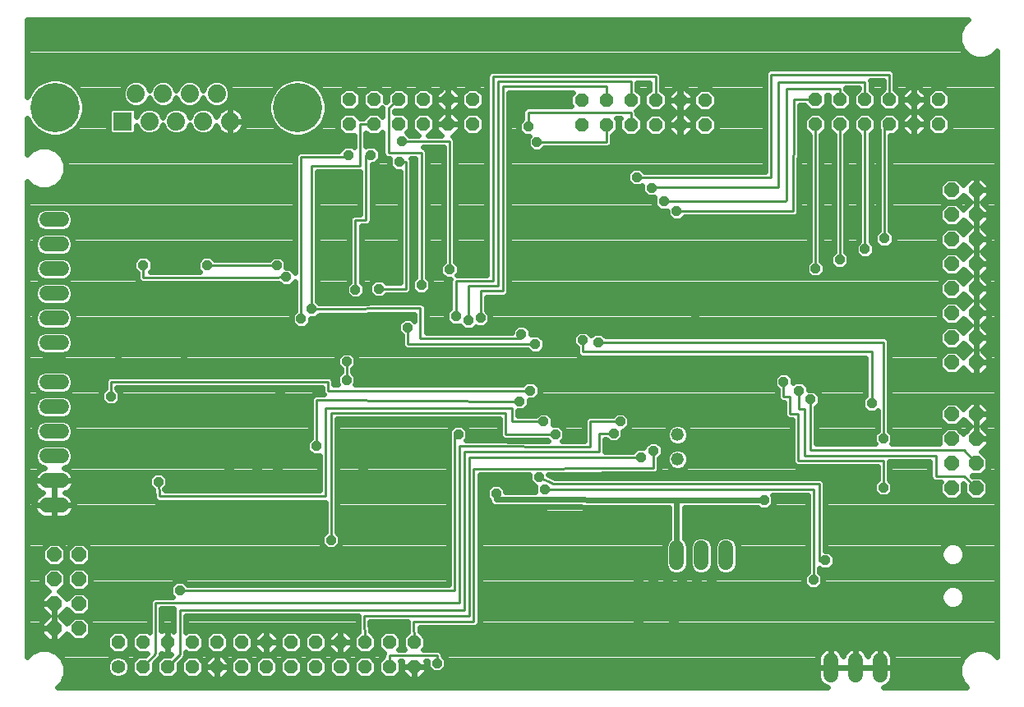
<source format=gbl>
G75*
%MOIN*%
%OFA0B0*%
%FSLAX24Y24*%
%IPPOS*%
%LPD*%
%AMOC8*
5,1,8,0,0,1.08239X$1,22.5*
%
%ADD10C,0.0560*%
%ADD11OC8,0.0560*%
%ADD12C,0.0600*%
%ADD13OC8,0.0600*%
%ADD14R,0.0740X0.0740*%
%ADD15C,0.0740*%
%ADD16C,0.2000*%
%ADD17C,0.0520*%
%ADD18C,0.0240*%
%ADD19OC8,0.0396*%
%ADD20C,0.0100*%
%ADD21R,0.0396X0.0396*%
D10*
X004180Y001617D03*
D11*
X005180Y001617D03*
X005180Y002617D03*
X004180Y002617D03*
X006180Y002617D03*
X007180Y002617D03*
X008180Y002617D03*
X009180Y002617D03*
X010180Y002617D03*
X011180Y002617D03*
X012180Y002617D03*
X013180Y002617D03*
X014180Y002617D03*
X015180Y002617D03*
X016180Y002617D03*
X016180Y001617D03*
X015180Y001617D03*
X014180Y001617D03*
X013180Y001617D03*
X012180Y001617D03*
X011180Y001617D03*
X010180Y001617D03*
X009180Y001617D03*
X008180Y001617D03*
X007180Y001617D03*
X006180Y001617D03*
X022974Y023630D03*
X023974Y023630D03*
X024974Y023630D03*
X025974Y023630D03*
X026974Y023630D03*
X027974Y023630D03*
X027974Y024630D03*
X026974Y024630D03*
X025974Y024630D03*
X024974Y024630D03*
X023974Y024630D03*
X022974Y024630D03*
X018561Y024647D03*
X017561Y024647D03*
X017561Y023647D03*
X018561Y023647D03*
X016561Y023647D03*
X015561Y023647D03*
X015561Y024647D03*
X016561Y024647D03*
X014561Y024647D03*
X013561Y024647D03*
X013561Y023647D03*
X014561Y023647D03*
X032448Y023645D03*
X033448Y023645D03*
X033448Y024645D03*
X032448Y024645D03*
X034448Y024645D03*
X035448Y024645D03*
X036448Y024645D03*
X037448Y024645D03*
X037448Y023645D03*
X036448Y023645D03*
X035448Y023645D03*
X034448Y023645D03*
D12*
X028837Y006442D02*
X028837Y005842D01*
X027837Y005842D02*
X027837Y006442D01*
X026837Y006442D02*
X026837Y005842D01*
X033080Y001899D02*
X033080Y001299D01*
X034080Y001299D02*
X034080Y001899D01*
X035080Y001899D02*
X035080Y001299D01*
X001880Y008174D02*
X001280Y008174D01*
X001280Y009174D02*
X001880Y009174D01*
X001880Y010174D02*
X001280Y010174D01*
X001280Y011174D02*
X001880Y011174D01*
X001880Y012174D02*
X001280Y012174D01*
X001280Y013174D02*
X001880Y013174D01*
X001880Y014774D02*
X001280Y014774D01*
X001280Y015774D02*
X001880Y015774D01*
X001880Y016774D02*
X001280Y016774D01*
X001280Y017774D02*
X001880Y017774D01*
X001880Y018774D02*
X001280Y018774D01*
X001280Y019774D02*
X001880Y019774D01*
D13*
X001580Y006174D03*
X002580Y006174D03*
X002580Y005174D03*
X001580Y005174D03*
X001580Y004174D03*
X002580Y004174D03*
X002580Y003174D03*
X001580Y003174D03*
X037980Y008874D03*
X038980Y008874D03*
X038980Y009874D03*
X038980Y010874D03*
X038980Y011874D03*
X037980Y011874D03*
X037980Y010874D03*
X037980Y009874D03*
X037980Y013974D03*
X037980Y014974D03*
X038980Y014974D03*
X038980Y013974D03*
X038980Y015974D03*
X038980Y016974D03*
X038980Y017974D03*
X038980Y018974D03*
X037980Y018974D03*
X037980Y017974D03*
X037980Y016974D03*
X037980Y015974D03*
X037980Y019974D03*
X037980Y020974D03*
X038980Y020974D03*
X038980Y019974D03*
D14*
X004359Y023768D03*
D15*
X005449Y023768D03*
X006540Y023768D03*
X007630Y023768D03*
X008721Y023768D03*
X008174Y024886D03*
X007083Y024886D03*
X005997Y024886D03*
X004906Y024886D03*
D16*
X001619Y024327D03*
X011461Y024327D03*
D17*
X026873Y011052D03*
X026873Y010052D03*
D18*
X001919Y000980D02*
X001732Y000794D01*
X032951Y000794D01*
X032880Y000817D01*
X032807Y000854D01*
X032741Y000902D01*
X032683Y000960D01*
X032635Y001026D01*
X032598Y001099D01*
X032573Y001177D01*
X032560Y001258D01*
X032560Y001599D01*
X033080Y001599D01*
X033080Y002419D01*
X033039Y002419D01*
X032958Y002406D01*
X032880Y002380D01*
X032807Y002343D01*
X032741Y002295D01*
X032683Y002237D01*
X032635Y002171D01*
X032598Y002098D01*
X032573Y002020D01*
X032560Y001939D01*
X032560Y001599D01*
X033080Y001599D01*
X033080Y001599D01*
X033080Y002419D01*
X033121Y002419D01*
X033202Y002406D01*
X033280Y002380D01*
X033353Y002343D01*
X033419Y002295D01*
X033477Y002237D01*
X033525Y002171D01*
X033562Y002098D01*
X033580Y002042D01*
X033598Y002098D01*
X033635Y002171D01*
X033683Y002237D01*
X033741Y002295D01*
X033807Y002343D01*
X033880Y002380D01*
X033958Y002406D01*
X034039Y002419D01*
X034080Y002419D01*
X034080Y001599D01*
X034080Y001599D01*
X034080Y002419D01*
X034121Y002419D01*
X034202Y002406D01*
X034280Y002380D01*
X034353Y002343D01*
X034419Y002295D01*
X034477Y002237D01*
X034525Y002171D01*
X034562Y002098D01*
X034580Y002042D01*
X034598Y002098D01*
X034635Y002171D01*
X034683Y002237D01*
X034741Y002295D01*
X034807Y002343D01*
X034880Y002380D01*
X034958Y002406D01*
X035039Y002419D01*
X035080Y002419D01*
X035080Y001599D01*
X035080Y001599D01*
X035080Y002419D01*
X035121Y002419D01*
X035202Y002406D01*
X035280Y002380D01*
X035353Y002343D01*
X035419Y002295D01*
X035477Y002237D01*
X035525Y002171D01*
X035562Y002098D01*
X035587Y002020D01*
X035600Y001939D01*
X035600Y001599D01*
X035080Y001599D01*
X035080Y001599D01*
X035080Y001599D01*
X034080Y001599D01*
X034080Y001599D01*
X034080Y001599D01*
X033080Y001599D01*
X033080Y001599D01*
X033080Y001599D01*
X033600Y001599D01*
X034080Y001599D01*
X034600Y001599D01*
X035080Y001599D01*
X035600Y001599D01*
X035600Y001258D01*
X035587Y001177D01*
X035562Y001099D01*
X035525Y001026D01*
X035477Y000960D01*
X035419Y000902D01*
X035353Y000854D01*
X035280Y000817D01*
X035209Y000794D01*
X038603Y000794D01*
X038416Y000980D01*
X038284Y001300D01*
X038284Y001647D01*
X038416Y001967D01*
X038662Y002212D01*
X038982Y002345D01*
X039328Y002345D01*
X039648Y002212D01*
X039830Y002031D01*
X039830Y026617D01*
X039648Y026435D01*
X039328Y026302D01*
X038982Y026302D01*
X038662Y026435D01*
X038416Y026680D01*
X038284Y027000D01*
X038284Y027347D01*
X038416Y027667D01*
X038649Y027900D01*
X000500Y027900D01*
X000500Y024750D01*
X000510Y024786D01*
X000666Y025058D01*
X000888Y025279D01*
X001159Y025436D01*
X001462Y025517D01*
X001775Y025517D01*
X002078Y025436D01*
X002349Y025279D01*
X002571Y025058D01*
X002727Y024786D01*
X002809Y024484D01*
X002809Y024170D01*
X002727Y023868D01*
X002571Y023596D01*
X002349Y023375D01*
X002078Y023218D01*
X001775Y023137D01*
X001462Y023137D01*
X001159Y023218D01*
X000888Y023375D01*
X000666Y023596D01*
X000510Y023868D01*
X000500Y023904D01*
X000500Y022426D01*
X000687Y022612D01*
X001007Y022745D01*
X001353Y022745D01*
X001673Y022612D01*
X001919Y022367D01*
X002051Y022047D01*
X002051Y021700D01*
X011357Y021700D01*
X011357Y021462D02*
X001952Y021462D01*
X001919Y021380D02*
X002051Y021700D01*
X002051Y021939D02*
X011357Y021939D01*
X011357Y022177D02*
X001997Y022177D01*
X001870Y022416D02*
X011376Y022416D01*
X011394Y022460D02*
X011357Y022372D01*
X011357Y017640D01*
X011168Y017830D01*
X011001Y017830D01*
X011001Y018075D01*
X010774Y018303D01*
X010452Y018303D01*
X010318Y018168D01*
X008104Y018168D01*
X007956Y018316D01*
X007634Y018316D01*
X007407Y018089D01*
X007407Y017767D01*
X007506Y017668D01*
X005484Y017668D01*
X005583Y017767D01*
X005583Y018089D01*
X005356Y018316D01*
X005034Y018316D01*
X004807Y018089D01*
X004807Y017767D01*
X004955Y017619D01*
X004955Y017380D01*
X004991Y017292D01*
X005059Y017224D01*
X005147Y017188D01*
X010296Y017188D01*
X010298Y017187D01*
X010343Y017188D01*
X010388Y017188D01*
X010391Y017189D01*
X010704Y017196D01*
X010846Y017054D01*
X011168Y017054D01*
X011357Y017244D01*
X011357Y016058D01*
X011209Y015910D01*
X011209Y015588D01*
X011437Y015361D01*
X011758Y015361D01*
X011985Y015588D01*
X011985Y015755D01*
X012191Y015755D01*
X012342Y015906D01*
X016200Y015940D01*
X016200Y015672D01*
X016089Y015783D01*
X015767Y015783D01*
X015540Y015556D01*
X015540Y015234D01*
X015688Y015086D01*
X015688Y014678D01*
X015725Y014590D01*
X015792Y014522D01*
X015880Y014486D01*
X020777Y014486D01*
X020925Y014337D01*
X021246Y014337D01*
X021474Y014565D01*
X021474Y014886D01*
X021246Y015114D01*
X020925Y015114D01*
X020922Y015111D01*
X020922Y015280D01*
X020695Y015507D01*
X020374Y015507D01*
X020146Y015280D01*
X020146Y015202D01*
X016680Y015202D01*
X016680Y016136D01*
X016680Y016137D01*
X016680Y016183D01*
X016680Y016230D01*
X016679Y016231D01*
X016679Y016232D01*
X016661Y016275D01*
X016643Y016318D01*
X016643Y016319D01*
X016642Y016320D01*
X016609Y016353D01*
X016576Y016386D01*
X016575Y016386D01*
X016574Y016387D01*
X016531Y016404D01*
X016488Y016422D01*
X016486Y016422D01*
X016485Y016423D01*
X016439Y016422D01*
X016392Y016422D01*
X016391Y016422D01*
X012337Y016386D01*
X012270Y016452D01*
X012270Y021730D01*
X013995Y021730D01*
X013995Y020005D01*
X013754Y020005D01*
X013666Y019968D01*
X013599Y019901D01*
X013562Y019813D01*
X013562Y017239D01*
X013414Y017091D01*
X013414Y016769D01*
X013641Y016542D01*
X013963Y016542D01*
X014190Y016769D01*
X014190Y017091D01*
X014042Y017239D01*
X014042Y019525D01*
X014283Y019525D01*
X014371Y019561D01*
X014439Y019629D01*
X014475Y019717D01*
X014475Y022015D01*
X014593Y022015D01*
X014820Y022242D01*
X014820Y022563D01*
X014593Y022791D01*
X014271Y022791D01*
X014239Y022758D01*
X014239Y023304D01*
X014366Y023177D01*
X014755Y023177D01*
X014901Y023322D01*
X014901Y022434D01*
X014937Y022345D01*
X015005Y022278D01*
X015093Y022241D01*
X015186Y022241D01*
X015186Y021966D01*
X015413Y021739D01*
X015609Y021739D01*
X015609Y017210D01*
X015056Y017210D01*
X014908Y017358D01*
X014586Y017358D01*
X014359Y017130D01*
X014359Y016809D01*
X014586Y016582D01*
X014908Y016582D01*
X015056Y016730D01*
X015897Y016730D01*
X015985Y016766D01*
X016053Y016834D01*
X016089Y016922D01*
X016089Y022175D01*
X016062Y022241D01*
X016239Y022241D01*
X016239Y017436D01*
X016091Y017288D01*
X016091Y016966D01*
X016318Y016739D01*
X016640Y016739D01*
X016867Y016966D01*
X016867Y017288D01*
X016719Y017436D01*
X016719Y022529D01*
X016683Y022617D01*
X016615Y022685D01*
X016545Y022714D01*
X017381Y022714D01*
X017381Y018066D01*
X017233Y017918D01*
X017233Y017596D01*
X017460Y017369D01*
X017660Y017369D01*
X017640Y017321D01*
X017640Y016155D01*
X017492Y016007D01*
X017492Y015685D01*
X017719Y015458D01*
X018041Y015458D01*
X018044Y015461D01*
X018219Y015285D01*
X018541Y015285D01*
X018680Y015425D01*
X018719Y015385D01*
X019041Y015385D01*
X019268Y015613D01*
X019268Y015934D01*
X019120Y016082D01*
X019120Y016634D01*
X019828Y016634D01*
X019916Y016670D01*
X019983Y016738D01*
X020020Y016826D01*
X020020Y024934D01*
X022612Y024934D01*
X022504Y024825D01*
X022504Y024436D01*
X022564Y024375D01*
X020762Y024375D01*
X020674Y024338D01*
X020606Y024271D01*
X020570Y024183D01*
X020570Y023853D01*
X020422Y023705D01*
X020422Y023384D01*
X020649Y023156D01*
X020857Y023156D01*
X020776Y023075D01*
X020776Y022754D01*
X021003Y022526D01*
X021325Y022526D01*
X021473Y022675D01*
X024021Y022675D01*
X024109Y022711D01*
X024177Y022779D01*
X024214Y022867D01*
X024214Y023206D01*
X024444Y023436D01*
X024444Y023825D01*
X024374Y023895D01*
X024573Y023895D01*
X024504Y023825D01*
X024504Y023436D01*
X024779Y023160D01*
X025168Y023160D01*
X025444Y023436D01*
X025444Y023825D01*
X025214Y024055D01*
X025214Y024183D01*
X025207Y024199D01*
X025444Y024436D01*
X025444Y024825D01*
X025214Y025055D01*
X025214Y025334D01*
X025734Y025334D01*
X025734Y025055D01*
X025504Y024825D01*
X025504Y024436D01*
X025779Y024160D01*
X026168Y024160D01*
X026444Y024436D01*
X026444Y024825D01*
X026214Y025055D01*
X026214Y025621D01*
X026177Y025710D01*
X026109Y025777D01*
X026021Y025814D01*
X019332Y025814D01*
X019244Y025777D01*
X019177Y025710D01*
X019140Y025621D01*
X019140Y017514D01*
X017926Y017514D01*
X018009Y017596D01*
X018009Y017918D01*
X017861Y018066D01*
X017861Y023002D01*
X017824Y023090D01*
X017767Y023147D01*
X017768Y023147D01*
X018061Y023440D01*
X018061Y023647D01*
X018061Y023854D01*
X017768Y024147D01*
X018061Y024440D01*
X018061Y024647D01*
X018061Y024854D01*
X017768Y025147D01*
X017561Y025147D01*
X017561Y024647D01*
X018061Y024647D01*
X017561Y024647D01*
X017561Y024647D01*
X017561Y024147D01*
X017768Y024147D01*
X017561Y024147D01*
X017561Y023647D01*
X018061Y023647D01*
X017561Y023647D01*
X017561Y023647D01*
X017561Y023647D01*
X017561Y024147D01*
X017561Y024647D01*
X017561Y024647D01*
X017561Y024647D01*
X017561Y025147D01*
X017353Y025147D01*
X017061Y024854D01*
X017061Y024647D01*
X017061Y024440D01*
X017353Y024147D01*
X017561Y024147D01*
X017353Y024147D01*
X017061Y023854D01*
X017061Y023647D01*
X017061Y023440D01*
X017307Y023194D01*
X016772Y023194D01*
X017031Y023452D01*
X017031Y023842D01*
X016755Y024117D01*
X016366Y024117D01*
X016091Y023842D01*
X016091Y023452D01*
X016349Y023194D01*
X016001Y023194D01*
X015886Y023308D01*
X016031Y023452D01*
X016031Y023842D01*
X015755Y024117D01*
X015381Y024117D01*
X015381Y024177D01*
X015755Y024177D01*
X016031Y024452D01*
X016031Y024842D01*
X015755Y025117D01*
X015366Y025117D01*
X015091Y024842D01*
X015091Y024594D01*
X015031Y024549D01*
X015031Y024842D01*
X014755Y025117D01*
X014366Y025117D01*
X014091Y024842D01*
X014091Y024452D01*
X014366Y024177D01*
X014755Y024177D01*
X014896Y024318D01*
X014901Y024302D01*
X014901Y023972D01*
X014755Y024117D01*
X014366Y024117D01*
X014136Y023887D01*
X013985Y023887D01*
X013755Y024117D01*
X013366Y024117D01*
X013091Y023842D01*
X013091Y023452D01*
X013366Y023177D01*
X013755Y023177D01*
X013759Y023181D01*
X013759Y022719D01*
X013687Y022791D01*
X013366Y022791D01*
X013139Y022564D01*
X011550Y022564D01*
X011461Y022527D01*
X011394Y022460D01*
X011304Y023137D02*
X011618Y023137D01*
X011920Y023218D01*
X012192Y023375D01*
X012413Y023596D01*
X012570Y023868D01*
X012651Y024170D01*
X012651Y024484D01*
X012570Y024786D01*
X012413Y025058D01*
X012192Y025279D01*
X011920Y025436D01*
X011618Y025517D01*
X011304Y025517D01*
X011002Y025436D01*
X010730Y025279D01*
X010509Y025058D01*
X010352Y024786D01*
X010271Y024484D01*
X010271Y024170D01*
X010352Y023868D01*
X010509Y023596D01*
X010730Y023375D01*
X011002Y023218D01*
X011304Y023137D01*
X010740Y023370D02*
X009157Y023370D01*
X009171Y023384D02*
X009226Y023459D01*
X009268Y023542D01*
X009296Y023630D01*
X009311Y023722D01*
X009311Y023768D01*
X008721Y023768D01*
X008721Y023768D01*
X008721Y023178D01*
X008767Y023178D01*
X008859Y023193D01*
X008947Y023221D01*
X009030Y023263D01*
X009105Y023318D01*
X009171Y023384D01*
X009289Y023608D02*
X010502Y023608D01*
X010364Y023847D02*
X009306Y023847D01*
X009311Y023814D02*
X009296Y023906D01*
X009268Y023995D01*
X009226Y024077D01*
X009171Y024152D01*
X009105Y024218D01*
X009030Y024273D01*
X008947Y024315D01*
X008859Y024344D01*
X008767Y024358D01*
X008721Y024358D01*
X008721Y023768D01*
X008721Y023768D01*
X009311Y023768D01*
X009311Y023814D01*
X009220Y024085D02*
X010294Y024085D01*
X010271Y024324D02*
X008920Y024324D01*
X008721Y024324D02*
X008721Y024324D01*
X008721Y024358D02*
X008675Y024358D01*
X008583Y024344D01*
X008494Y024315D01*
X008412Y024273D01*
X008337Y024218D01*
X008271Y024152D01*
X008216Y024077D01*
X008174Y023995D01*
X008160Y023952D01*
X008105Y024085D01*
X008222Y024085D01*
X008105Y024085D02*
X007948Y024243D01*
X007742Y024328D01*
X007519Y024328D01*
X007313Y024243D01*
X007156Y024085D01*
X007015Y024085D01*
X006857Y024243D01*
X006651Y024328D01*
X006428Y024328D01*
X006223Y024243D01*
X006065Y024085D01*
X005924Y024085D01*
X005767Y024243D01*
X005561Y024328D01*
X005338Y024328D01*
X005132Y024243D01*
X004975Y024085D01*
X004919Y023951D01*
X004919Y024217D01*
X004809Y024326D01*
X005017Y024326D01*
X005223Y024411D01*
X005381Y024569D01*
X005451Y024739D01*
X005522Y024569D01*
X005679Y024411D01*
X005885Y024326D01*
X006108Y024326D01*
X006314Y024411D01*
X006471Y024569D01*
X006540Y024734D01*
X006608Y024569D01*
X006766Y024411D01*
X006972Y024326D01*
X007195Y024326D01*
X007400Y024411D01*
X007558Y024569D01*
X007628Y024739D01*
X007699Y024569D01*
X007856Y024411D01*
X008062Y024326D01*
X008285Y024326D01*
X008491Y024411D01*
X008648Y024569D01*
X008734Y024775D01*
X008734Y024998D01*
X008648Y025203D01*
X008491Y025361D01*
X008285Y025446D01*
X008062Y025446D01*
X007856Y025361D01*
X007699Y025203D01*
X007628Y025033D01*
X007558Y025203D01*
X007400Y025361D01*
X007195Y025446D01*
X006972Y025446D01*
X006766Y025361D01*
X006608Y025203D01*
X006540Y025038D01*
X006471Y025203D01*
X006314Y025361D01*
X006108Y025446D01*
X005885Y025446D01*
X005679Y025361D01*
X005522Y025203D01*
X005451Y025033D01*
X005381Y025203D01*
X005223Y025361D01*
X005017Y025446D01*
X004795Y025446D01*
X004589Y025361D01*
X004431Y025203D01*
X004346Y024998D01*
X004346Y024775D01*
X004431Y024569D01*
X004589Y024411D01*
X004790Y024328D01*
X003910Y024328D01*
X003799Y024217D01*
X003799Y023319D01*
X003910Y023208D01*
X004807Y023208D01*
X004919Y023319D01*
X004919Y023586D01*
X004975Y023451D01*
X005132Y023293D01*
X005338Y023208D01*
X005561Y023208D01*
X005767Y023293D01*
X005924Y023451D01*
X005995Y023621D01*
X006065Y023451D01*
X006223Y023293D01*
X006428Y023208D01*
X006651Y023208D01*
X006857Y023293D01*
X007015Y023451D01*
X007085Y023621D01*
X007156Y023451D01*
X007313Y023293D01*
X007519Y023208D01*
X007742Y023208D01*
X007948Y023293D01*
X008105Y023451D01*
X008160Y023584D01*
X008174Y023542D01*
X008216Y023459D01*
X008271Y023384D01*
X008337Y023318D01*
X008412Y023263D01*
X008494Y023221D01*
X008583Y023193D01*
X008675Y023178D01*
X008721Y023178D01*
X008721Y023768D01*
X008721Y023768D01*
X008721Y024358D01*
X008521Y024324D02*
X007753Y024324D01*
X007706Y024562D02*
X007551Y024562D01*
X007508Y024324D02*
X006662Y024324D01*
X006615Y024562D02*
X006464Y024562D01*
X006418Y024324D02*
X005571Y024324D01*
X005529Y024562D02*
X005374Y024562D01*
X005327Y024324D02*
X004812Y024324D01*
X004919Y024085D02*
X004974Y024085D01*
X004438Y024562D02*
X002788Y024562D01*
X002809Y024324D02*
X003906Y024324D01*
X003799Y024085D02*
X002786Y024085D01*
X002715Y023847D02*
X003799Y023847D01*
X003799Y023608D02*
X002578Y023608D01*
X002340Y023370D02*
X003799Y023370D01*
X004919Y023370D02*
X005056Y023370D01*
X005843Y023370D02*
X006146Y023370D01*
X006000Y023608D02*
X005989Y023608D01*
X005995Y023915D02*
X005924Y024085D01*
X006065Y024085D02*
X005995Y023915D01*
X007015Y024085D02*
X007085Y023915D01*
X007156Y024085D01*
X007091Y023608D02*
X007080Y023608D01*
X006933Y023370D02*
X007237Y023370D01*
X008024Y023370D02*
X008285Y023370D01*
X008721Y023370D02*
X008721Y023370D01*
X008721Y023608D02*
X008721Y023608D01*
X008721Y023847D02*
X008721Y023847D01*
X008721Y024085D02*
X008721Y024085D01*
X008642Y024562D02*
X010292Y024562D01*
X010360Y024801D02*
X008734Y024801D01*
X008716Y025039D02*
X010498Y025039D01*
X010729Y025278D02*
X008574Y025278D01*
X007773Y025278D02*
X007484Y025278D01*
X007626Y025039D02*
X007631Y025039D01*
X006683Y025278D02*
X006397Y025278D01*
X006539Y025039D02*
X006540Y025039D01*
X005596Y025278D02*
X005307Y025278D01*
X005449Y025039D02*
X005454Y025039D01*
X004505Y025278D02*
X002351Y025278D01*
X002582Y025039D02*
X004363Y025039D01*
X004346Y024801D02*
X002719Y024801D01*
X001779Y025516D02*
X011301Y025516D01*
X011622Y025516D02*
X019140Y025516D01*
X019140Y025278D02*
X012194Y025278D01*
X012424Y025039D02*
X013288Y025039D01*
X013366Y025117D02*
X013091Y024842D01*
X013091Y024452D01*
X013366Y024177D01*
X013755Y024177D01*
X014031Y024452D01*
X014031Y024842D01*
X013755Y025117D01*
X013366Y025117D01*
X013091Y024801D02*
X012562Y024801D01*
X012630Y024562D02*
X013091Y024562D01*
X013219Y024324D02*
X012651Y024324D01*
X012628Y024085D02*
X013334Y024085D01*
X013095Y023847D02*
X012558Y023847D01*
X012420Y023608D02*
X013091Y023608D01*
X013173Y023370D02*
X012183Y023370D01*
X013229Y022654D02*
X001572Y022654D01*
X000788Y022654D02*
X000500Y022654D01*
X000500Y022893D02*
X013759Y022893D01*
X013759Y023131D02*
X000500Y023131D01*
X000500Y023370D02*
X000897Y023370D01*
X000660Y023608D02*
X000500Y023608D01*
X000500Y023847D02*
X000522Y023847D01*
X000500Y024801D02*
X000518Y024801D01*
X000500Y025039D02*
X000656Y025039D01*
X000500Y025278D02*
X000886Y025278D01*
X000500Y025516D02*
X001458Y025516D01*
X000500Y025755D02*
X019222Y025755D01*
X019140Y025039D02*
X018833Y025039D01*
X018755Y025117D02*
X018366Y025117D01*
X018091Y024842D01*
X018091Y024452D01*
X018366Y024177D01*
X018755Y024177D01*
X019031Y024452D01*
X019031Y024842D01*
X018755Y025117D01*
X019031Y024801D02*
X019140Y024801D01*
X019140Y024562D02*
X019031Y024562D01*
X019140Y024324D02*
X018902Y024324D01*
X018755Y024117D02*
X018366Y024117D01*
X018091Y023842D01*
X018091Y023452D01*
X018366Y023177D01*
X018755Y023177D01*
X019031Y023452D01*
X019031Y023842D01*
X018755Y024117D01*
X018787Y024085D02*
X019140Y024085D01*
X019140Y023847D02*
X019026Y023847D01*
X019031Y023608D02*
X019140Y023608D01*
X019140Y023370D02*
X018948Y023370D01*
X019140Y023131D02*
X017783Y023131D01*
X017861Y022893D02*
X019140Y022893D01*
X019140Y022654D02*
X017861Y022654D01*
X017861Y022416D02*
X019140Y022416D01*
X019140Y022177D02*
X017861Y022177D01*
X017861Y021939D02*
X019140Y021939D01*
X019140Y021700D02*
X017861Y021700D01*
X017861Y021462D02*
X019140Y021462D01*
X019140Y021223D02*
X017861Y021223D01*
X017861Y020985D02*
X019140Y020985D01*
X019140Y020746D02*
X017861Y020746D01*
X017861Y020508D02*
X019140Y020508D01*
X019140Y020269D02*
X017861Y020269D01*
X017861Y020031D02*
X019140Y020031D01*
X019140Y019792D02*
X017861Y019792D01*
X017861Y019554D02*
X019140Y019554D01*
X019140Y019315D02*
X017861Y019315D01*
X017861Y019077D02*
X019140Y019077D01*
X019140Y018838D02*
X017861Y018838D01*
X017861Y018600D02*
X019140Y018600D01*
X019140Y018361D02*
X017861Y018361D01*
X017861Y018123D02*
X019140Y018123D01*
X019140Y017884D02*
X018009Y017884D01*
X018009Y017646D02*
X019140Y017646D01*
X020020Y017646D02*
X032075Y017646D01*
X032075Y017636D02*
X032303Y017408D01*
X032624Y017408D01*
X032852Y017636D01*
X032852Y017957D01*
X032703Y018105D01*
X032703Y023236D01*
X032918Y023450D01*
X032918Y023839D01*
X032643Y024115D01*
X032253Y024115D01*
X031978Y023839D01*
X031978Y023450D01*
X032223Y023205D01*
X032223Y018105D01*
X032075Y017957D01*
X032075Y017636D01*
X032075Y017884D02*
X020020Y017884D01*
X020020Y018123D02*
X032223Y018123D01*
X032223Y018361D02*
X020020Y018361D01*
X020020Y018600D02*
X032223Y018600D01*
X032223Y018838D02*
X020020Y018838D01*
X020020Y019077D02*
X032223Y019077D01*
X032223Y019315D02*
X020020Y019315D01*
X020020Y019554D02*
X032223Y019554D01*
X032223Y019792D02*
X027055Y019792D01*
X026994Y019731D02*
X027142Y019879D01*
X031557Y019879D01*
X031604Y019879D01*
X031605Y019879D01*
X031606Y019879D01*
X031649Y019897D01*
X031692Y019915D01*
X031693Y019915D01*
X031694Y019916D01*
X031727Y019949D01*
X031760Y019982D01*
X031761Y019983D01*
X031779Y020026D01*
X031798Y020069D01*
X031798Y020070D01*
X031798Y020071D01*
X031798Y020118D01*
X031835Y024407D01*
X032021Y024407D01*
X032253Y024175D01*
X032643Y024175D01*
X032918Y024450D01*
X032918Y024839D01*
X032918Y024840D01*
X032978Y024840D01*
X032978Y024839D01*
X032978Y024450D01*
X033253Y024175D01*
X033643Y024175D01*
X033918Y024450D01*
X033918Y024839D01*
X033688Y025069D01*
X033688Y025115D01*
X034231Y025115D01*
X034231Y025093D01*
X033978Y024839D01*
X033978Y024450D01*
X034253Y024175D01*
X034643Y024175D01*
X034918Y024450D01*
X034918Y024839D01*
X034711Y025046D01*
X034711Y025403D01*
X034700Y025430D01*
X035216Y025430D01*
X035216Y025077D01*
X034978Y024839D01*
X034978Y024450D01*
X035253Y024175D01*
X035643Y024175D01*
X035918Y024450D01*
X035918Y024839D01*
X035696Y025062D01*
X035696Y025718D01*
X035659Y025806D01*
X035592Y025874D01*
X035503Y025910D01*
X030605Y025910D01*
X030516Y025874D01*
X030449Y025806D01*
X030412Y025718D01*
X030412Y021737D01*
X025528Y021737D01*
X025380Y021885D01*
X025059Y021885D01*
X024831Y021658D01*
X024831Y021336D01*
X025059Y021109D01*
X025380Y021109D01*
X025422Y021151D01*
X025422Y020903D01*
X025649Y020676D01*
X025936Y020676D01*
X025934Y020674D01*
X025934Y020352D01*
X026161Y020125D01*
X026445Y020125D01*
X026445Y019958D01*
X026673Y019731D01*
X026994Y019731D01*
X026612Y019792D02*
X020020Y019792D01*
X020020Y020031D02*
X026445Y020031D01*
X026017Y020269D02*
X020020Y020269D01*
X020020Y020508D02*
X025934Y020508D01*
X025579Y020746D02*
X020020Y020746D01*
X020020Y020985D02*
X025422Y020985D01*
X024945Y021223D02*
X020020Y021223D01*
X020020Y021462D02*
X024831Y021462D01*
X024873Y021700D02*
X020020Y021700D01*
X020020Y021939D02*
X030412Y021939D01*
X030412Y022177D02*
X020020Y022177D01*
X020020Y022416D02*
X030412Y022416D01*
X030412Y022654D02*
X021453Y022654D01*
X020876Y022654D02*
X020020Y022654D01*
X020020Y022893D02*
X020776Y022893D01*
X020832Y023131D02*
X020020Y023131D01*
X020020Y023370D02*
X020436Y023370D01*
X020422Y023608D02*
X020020Y023608D01*
X020020Y023847D02*
X020563Y023847D01*
X020570Y024085D02*
X020020Y024085D01*
X020020Y024324D02*
X020659Y024324D01*
X020020Y024562D02*
X022504Y024562D01*
X022504Y024801D02*
X020020Y024801D01*
X018288Y025039D02*
X017876Y025039D01*
X018061Y024801D02*
X018091Y024801D01*
X018091Y024562D02*
X018061Y024562D01*
X017944Y024324D02*
X018219Y024324D01*
X018334Y024085D02*
X017830Y024085D01*
X017561Y024085D02*
X017561Y024085D01*
X017561Y023847D02*
X017561Y023847D01*
X017560Y023647D02*
X017560Y023647D01*
X017061Y023647D01*
X017560Y023647D01*
X017061Y023608D02*
X017031Y023608D01*
X017026Y023847D02*
X017061Y023847D01*
X017292Y024085D02*
X016787Y024085D01*
X016755Y024177D02*
X017031Y024452D01*
X017031Y024842D01*
X016755Y025117D01*
X016366Y025117D01*
X016091Y024842D01*
X016091Y024452D01*
X016366Y024177D01*
X016755Y024177D01*
X016902Y024324D02*
X017177Y024324D01*
X017061Y024562D02*
X017031Y024562D01*
X017061Y024647D02*
X017560Y024647D01*
X017560Y024647D01*
X017061Y024647D01*
X017061Y024801D02*
X017031Y024801D01*
X016833Y025039D02*
X017246Y025039D01*
X017561Y025039D02*
X017561Y025039D01*
X017561Y024801D02*
X017561Y024801D01*
X017561Y024562D02*
X017561Y024562D01*
X017561Y024324D02*
X017561Y024324D01*
X018061Y023847D02*
X018095Y023847D01*
X018091Y023608D02*
X018061Y023608D01*
X017990Y023370D02*
X018173Y023370D01*
X017131Y023370D02*
X016948Y023370D01*
X016173Y023370D02*
X015948Y023370D01*
X016031Y023608D02*
X016091Y023608D01*
X016095Y023847D02*
X016026Y023847D01*
X015787Y024085D02*
X016334Y024085D01*
X016219Y024324D02*
X015902Y024324D01*
X016031Y024562D02*
X016091Y024562D01*
X016091Y024801D02*
X016031Y024801D01*
X015833Y025039D02*
X016288Y025039D01*
X015288Y025039D02*
X014833Y025039D01*
X015031Y024801D02*
X015091Y024801D01*
X015048Y024562D02*
X015031Y024562D01*
X014901Y024085D02*
X014787Y024085D01*
X014334Y024085D02*
X013787Y024085D01*
X013902Y024324D02*
X014219Y024324D01*
X014091Y024562D02*
X014031Y024562D01*
X014031Y024801D02*
X014091Y024801D01*
X014288Y025039D02*
X013833Y025039D01*
X014239Y023131D02*
X014901Y023131D01*
X014901Y022893D02*
X014239Y022893D01*
X014729Y022654D02*
X014901Y022654D01*
X014908Y022416D02*
X014820Y022416D01*
X014755Y022177D02*
X015186Y022177D01*
X015213Y021939D02*
X014475Y021939D01*
X014475Y021700D02*
X015609Y021700D01*
X015609Y021462D02*
X014475Y021462D01*
X014475Y021223D02*
X015609Y021223D01*
X015609Y020985D02*
X014475Y020985D01*
X014475Y020746D02*
X015609Y020746D01*
X015609Y020508D02*
X014475Y020508D01*
X014475Y020269D02*
X015609Y020269D01*
X015609Y020031D02*
X014475Y020031D01*
X014475Y019792D02*
X015609Y019792D01*
X015609Y019554D02*
X014352Y019554D01*
X014042Y019315D02*
X015609Y019315D01*
X015609Y019077D02*
X014042Y019077D01*
X014042Y018838D02*
X015609Y018838D01*
X015609Y018600D02*
X014042Y018600D01*
X014042Y018361D02*
X015609Y018361D01*
X015609Y018123D02*
X014042Y018123D01*
X014042Y017884D02*
X015609Y017884D01*
X015609Y017646D02*
X014042Y017646D01*
X014042Y017407D02*
X015609Y017407D01*
X016089Y017407D02*
X016210Y017407D01*
X016239Y017646D02*
X016089Y017646D01*
X016089Y017884D02*
X016239Y017884D01*
X016239Y018123D02*
X016089Y018123D01*
X016089Y018361D02*
X016239Y018361D01*
X016239Y018600D02*
X016089Y018600D01*
X016089Y018838D02*
X016239Y018838D01*
X016239Y019077D02*
X016089Y019077D01*
X016089Y019315D02*
X016239Y019315D01*
X016239Y019554D02*
X016089Y019554D01*
X016089Y019792D02*
X016239Y019792D01*
X016239Y020031D02*
X016089Y020031D01*
X016089Y020269D02*
X016239Y020269D01*
X016239Y020508D02*
X016089Y020508D01*
X016089Y020746D02*
X016239Y020746D01*
X016239Y020985D02*
X016089Y020985D01*
X016089Y021223D02*
X016239Y021223D01*
X016239Y021462D02*
X016089Y021462D01*
X016089Y021700D02*
X016239Y021700D01*
X016239Y021939D02*
X016089Y021939D01*
X016088Y022177D02*
X016239Y022177D01*
X016719Y022177D02*
X017381Y022177D01*
X017381Y021939D02*
X016719Y021939D01*
X016719Y021700D02*
X017381Y021700D01*
X017381Y021462D02*
X016719Y021462D01*
X016719Y021223D02*
X017381Y021223D01*
X017381Y020985D02*
X016719Y020985D01*
X016719Y020746D02*
X017381Y020746D01*
X017381Y020508D02*
X016719Y020508D01*
X016719Y020269D02*
X017381Y020269D01*
X017381Y020031D02*
X016719Y020031D01*
X016719Y019792D02*
X017381Y019792D01*
X017381Y019554D02*
X016719Y019554D01*
X016719Y019315D02*
X017381Y019315D01*
X017381Y019077D02*
X016719Y019077D01*
X016719Y018838D02*
X017381Y018838D01*
X017381Y018600D02*
X016719Y018600D01*
X016719Y018361D02*
X017381Y018361D01*
X017381Y018123D02*
X016719Y018123D01*
X016719Y017884D02*
X017233Y017884D01*
X017233Y017646D02*
X016719Y017646D01*
X016748Y017407D02*
X017422Y017407D01*
X017640Y017169D02*
X016867Y017169D01*
X016831Y016930D02*
X017640Y016930D01*
X017640Y016692D02*
X015018Y016692D01*
X014476Y016692D02*
X014112Y016692D01*
X014190Y016930D02*
X014359Y016930D01*
X014397Y017169D02*
X014113Y017169D01*
X013562Y017407D02*
X012270Y017407D01*
X012270Y017169D02*
X013492Y017169D01*
X013414Y016930D02*
X012270Y016930D01*
X012270Y016692D02*
X013492Y016692D01*
X013562Y017646D02*
X012270Y017646D01*
X012270Y017884D02*
X013562Y017884D01*
X013562Y018123D02*
X012270Y018123D01*
X012270Y018361D02*
X013562Y018361D01*
X013562Y018600D02*
X012270Y018600D01*
X012270Y018838D02*
X013562Y018838D01*
X013562Y019077D02*
X012270Y019077D01*
X012270Y019315D02*
X013562Y019315D01*
X013562Y019554D02*
X012270Y019554D01*
X012270Y019792D02*
X013562Y019792D01*
X013995Y020031D02*
X012270Y020031D01*
X012270Y020269D02*
X013995Y020269D01*
X013995Y020508D02*
X012270Y020508D01*
X012270Y020746D02*
X013995Y020746D01*
X013995Y020985D02*
X012270Y020985D01*
X012270Y021223D02*
X013995Y021223D01*
X013995Y021462D02*
X012270Y021462D01*
X012270Y021700D02*
X013995Y021700D01*
X011357Y021223D02*
X001762Y021223D01*
X001673Y021135D02*
X001919Y021380D01*
X001673Y021135D02*
X001353Y021002D01*
X001007Y021002D01*
X000687Y021135D01*
X000500Y021322D01*
X000500Y002026D01*
X000687Y002212D01*
X001007Y002345D01*
X001353Y002345D01*
X001673Y002212D01*
X001919Y001967D01*
X002051Y001647D01*
X002051Y001300D01*
X001919Y000980D01*
X001889Y000951D02*
X032693Y000951D01*
X032571Y001189D02*
X016459Y001189D01*
X016387Y001117D02*
X016680Y001410D01*
X016680Y001617D01*
X016680Y001824D01*
X016656Y001848D01*
X016721Y001848D01*
X016721Y001612D01*
X016948Y001385D01*
X017270Y001385D01*
X017497Y001612D01*
X017497Y001934D01*
X017349Y002082D01*
X017349Y002135D01*
X017313Y002224D01*
X017245Y002291D01*
X017157Y002328D01*
X016556Y002328D01*
X016650Y002422D01*
X016650Y002811D01*
X016412Y003049D01*
X016409Y003226D01*
X018653Y003226D01*
X018741Y003262D01*
X018809Y003330D01*
X018845Y003418D01*
X018845Y009408D01*
X020855Y009419D01*
X020855Y009171D01*
X021082Y008944D01*
X021091Y008944D01*
X021091Y008728D01*
X019899Y008734D01*
X019899Y008823D01*
X019671Y009051D01*
X019350Y009051D01*
X019123Y008823D01*
X019123Y008502D01*
X019201Y008424D01*
X019200Y008366D01*
X019201Y008366D01*
X019201Y008365D01*
X019224Y008308D01*
X019247Y008252D01*
X019248Y008252D01*
X019248Y008251D01*
X019291Y008208D01*
X019334Y008164D01*
X019335Y008164D01*
X019391Y008140D01*
X019447Y008117D01*
X019448Y008117D01*
X019449Y008116D01*
X019510Y008116D01*
X026524Y008079D01*
X026526Y006824D01*
X026421Y006720D01*
X026347Y006540D01*
X026347Y005745D01*
X026421Y005564D01*
X026559Y005427D01*
X026739Y005352D01*
X026934Y005352D01*
X027114Y005427D01*
X027252Y005564D01*
X027327Y005745D01*
X027327Y006540D01*
X027252Y006720D01*
X027146Y006826D01*
X027144Y008077D01*
X030138Y008077D01*
X030216Y007999D01*
X030538Y007999D01*
X030765Y008226D01*
X030765Y008548D01*
X030733Y008580D01*
X032145Y008580D01*
X032145Y005467D01*
X031997Y005319D01*
X031997Y004998D01*
X032224Y004770D01*
X032545Y004770D01*
X032773Y004998D01*
X032773Y005319D01*
X032625Y005467D01*
X032625Y005630D01*
X032696Y005558D01*
X033018Y005558D01*
X033245Y005785D01*
X033245Y006107D01*
X033018Y006334D01*
X032861Y006334D01*
X032861Y009104D01*
X032824Y009192D01*
X032757Y009260D01*
X032669Y009296D01*
X021887Y009296D01*
X021631Y009416D01*
X021631Y009423D01*
X025889Y009446D01*
X025936Y009446D01*
X025937Y009446D01*
X025938Y009446D01*
X025981Y009465D01*
X026025Y009483D01*
X026026Y009483D01*
X026059Y009517D01*
X026092Y009550D01*
X026092Y009551D01*
X026093Y009551D01*
X026111Y009595D01*
X026129Y009638D01*
X026129Y009639D01*
X026129Y009640D01*
X026129Y009687D01*
X026129Y010086D01*
X026277Y010234D01*
X026277Y010556D01*
X026049Y010783D01*
X025728Y010783D01*
X025501Y010556D01*
X025501Y010507D01*
X025216Y010507D01*
X025068Y010359D01*
X023924Y010359D01*
X023924Y010863D01*
X023966Y010863D01*
X024114Y010715D01*
X024435Y010715D01*
X024663Y010943D01*
X024663Y011188D01*
X024711Y011188D01*
X024938Y011415D01*
X024938Y011737D01*
X024711Y011964D01*
X024389Y011964D01*
X024241Y011816D01*
X023282Y011816D01*
X023194Y011779D01*
X023126Y011712D01*
X023090Y011624D01*
X023090Y010794D01*
X022198Y010801D01*
X022300Y010903D01*
X022300Y011225D01*
X022073Y011452D01*
X021828Y011452D01*
X021828Y011737D01*
X021601Y011964D01*
X021279Y011964D01*
X021131Y011816D01*
X020381Y011816D01*
X020381Y012015D01*
X020616Y012015D01*
X020844Y012242D01*
X020844Y012448D01*
X021049Y012448D01*
X021277Y012675D01*
X021277Y012997D01*
X021049Y013224D01*
X020728Y013224D01*
X020580Y013076D01*
X013804Y013076D01*
X013836Y013108D01*
X013836Y013430D01*
X013688Y013578D01*
X013688Y013708D01*
X013836Y013856D01*
X013836Y014178D01*
X013608Y014405D01*
X013287Y014405D01*
X013060Y014178D01*
X013060Y013856D01*
X013208Y013708D01*
X013208Y013578D01*
X013060Y013430D01*
X013060Y013108D01*
X013092Y013076D01*
X012940Y013076D01*
X012940Y013238D01*
X012903Y013326D01*
X012836Y013394D01*
X012747Y013430D01*
X003833Y013430D01*
X003745Y013394D01*
X003677Y013326D01*
X003641Y013238D01*
X003641Y012908D01*
X003493Y012760D01*
X003493Y012439D01*
X003720Y012211D01*
X004042Y012211D01*
X004269Y012439D01*
X004269Y012760D01*
X004121Y012908D01*
X004121Y012950D01*
X012460Y012950D01*
X012460Y012788D01*
X012496Y012700D01*
X012515Y012681D01*
X012276Y012682D01*
X012275Y012682D01*
X012228Y012682D01*
X012181Y012682D01*
X012180Y012682D01*
X012180Y012682D01*
X012136Y012664D01*
X012092Y012646D01*
X012091Y012646D01*
X012058Y012612D01*
X012024Y012579D01*
X012024Y012578D01*
X012006Y012534D01*
X011987Y012491D01*
X011987Y012490D01*
X011987Y012443D01*
X011987Y012395D01*
X011987Y010901D01*
X011839Y010752D01*
X011839Y010431D01*
X012066Y010204D01*
X012342Y010204D01*
X012342Y008784D01*
X006074Y008784D01*
X006070Y008846D01*
X006198Y008974D01*
X006198Y009296D01*
X005971Y009523D01*
X005649Y009523D01*
X005422Y009296D01*
X005422Y008974D01*
X005591Y008805D01*
X005609Y008536D01*
X005609Y008497D01*
X005612Y008489D01*
X005613Y008481D01*
X005631Y008445D01*
X005646Y008408D01*
X005652Y008403D01*
X005655Y008395D01*
X005685Y008369D01*
X005713Y008341D01*
X005721Y008338D01*
X005727Y008332D01*
X005765Y008320D01*
X005802Y008304D01*
X005810Y008304D01*
X005818Y008302D01*
X005857Y008304D01*
X012578Y008304D01*
X012578Y007082D01*
X012430Y006934D01*
X012430Y006612D01*
X012657Y006385D01*
X012979Y006385D01*
X013206Y006612D01*
X013206Y006934D01*
X013058Y007082D01*
X013058Y011690D01*
X019664Y011690D01*
X019664Y011016D01*
X019701Y010928D01*
X019768Y010861D01*
X019857Y010824D01*
X021603Y010824D01*
X021623Y010805D01*
X018290Y010830D01*
X018363Y010903D01*
X018363Y011225D01*
X018136Y011452D01*
X017815Y011452D01*
X017587Y011225D01*
X017587Y011016D01*
X017578Y010994D01*
X017578Y004966D01*
X006985Y004966D01*
X006837Y005114D01*
X006515Y005114D01*
X006288Y004886D01*
X006288Y004565D01*
X006399Y004454D01*
X005644Y004454D01*
X005556Y004417D01*
X005488Y004350D01*
X005452Y004261D01*
X005452Y003010D01*
X005375Y003087D01*
X004985Y003087D01*
X004710Y002811D01*
X004710Y002422D01*
X004985Y002147D01*
X005345Y002147D01*
X005290Y002087D01*
X004985Y002087D01*
X004710Y001811D01*
X004710Y001422D01*
X004985Y001147D01*
X005375Y001147D01*
X005650Y001422D01*
X005650Y001769D01*
X005865Y002000D01*
X005895Y002031D01*
X005897Y002035D01*
X005900Y002038D01*
X005915Y002079D01*
X005932Y002119D01*
X005932Y002123D01*
X005933Y002127D01*
X005932Y002157D01*
X005973Y002117D01*
X006180Y002117D01*
X006331Y002117D01*
X006302Y002087D01*
X005985Y002087D01*
X005710Y001811D01*
X005710Y001422D01*
X005985Y001147D01*
X006375Y001147D01*
X006650Y001422D01*
X006650Y001756D01*
X006847Y001959D01*
X006880Y001991D01*
X006880Y001993D01*
X006881Y001994D01*
X006898Y002037D01*
X006916Y002079D01*
X006916Y002081D01*
X006917Y002083D01*
X006916Y002129D01*
X006916Y002216D01*
X006985Y002147D01*
X007375Y002147D01*
X007650Y002422D01*
X007650Y002811D01*
X007375Y003087D01*
X006985Y003087D01*
X006916Y003017D01*
X006916Y003698D01*
X013916Y003698D01*
X013916Y003654D01*
X013917Y003652D01*
X013931Y003032D01*
X013710Y002811D01*
X013710Y002422D01*
X013985Y002147D01*
X014375Y002147D01*
X014650Y002422D01*
X014650Y002811D01*
X014411Y003051D01*
X014402Y003462D01*
X015924Y003462D01*
X015924Y003418D01*
X015925Y003416D01*
X015932Y003034D01*
X015710Y002811D01*
X015710Y002422D01*
X015804Y002328D01*
X015556Y002328D01*
X015650Y002422D01*
X015650Y002811D01*
X015375Y003087D01*
X014985Y003087D01*
X014710Y002811D01*
X014710Y002422D01*
X014957Y002175D01*
X014940Y002135D01*
X014940Y002041D01*
X014710Y001811D01*
X014710Y001422D01*
X014985Y001147D01*
X015375Y001147D01*
X015650Y001422D01*
X015650Y001811D01*
X015614Y001848D01*
X015704Y001848D01*
X015680Y001824D01*
X015680Y001617D01*
X016180Y001617D01*
X016680Y001617D01*
X016180Y001617D01*
X016180Y001617D01*
X016180Y001617D01*
X015680Y001617D01*
X015680Y001410D01*
X015973Y001117D01*
X016180Y001117D01*
X016387Y001117D01*
X016180Y001117D02*
X016180Y001617D01*
X016180Y001617D01*
X016180Y001117D01*
X016180Y001189D02*
X016180Y001189D01*
X016180Y001428D02*
X016180Y001428D01*
X015901Y001189D02*
X015417Y001189D01*
X015650Y001428D02*
X015680Y001428D01*
X015680Y001666D02*
X015650Y001666D01*
X015610Y002382D02*
X015750Y002382D01*
X015710Y002620D02*
X015650Y002620D01*
X015603Y002859D02*
X015757Y002859D01*
X015931Y003097D02*
X014410Y003097D01*
X014404Y003336D02*
X015927Y003336D01*
X016411Y003097D02*
X039830Y003097D01*
X039830Y002859D02*
X016603Y002859D01*
X016650Y002620D02*
X039830Y002620D01*
X039830Y002382D02*
X035276Y002382D01*
X035080Y002382D02*
X035080Y002382D01*
X034884Y002382D02*
X034276Y002382D01*
X034080Y002382D02*
X034080Y002382D01*
X033884Y002382D02*
X033276Y002382D01*
X033080Y002382D02*
X033080Y002382D01*
X032884Y002382D02*
X016610Y002382D01*
X017346Y002143D02*
X032621Y002143D01*
X032560Y001905D02*
X017497Y001905D01*
X017497Y001666D02*
X032560Y001666D01*
X032560Y001428D02*
X017313Y001428D01*
X016905Y001428D02*
X016680Y001428D01*
X016680Y001666D02*
X016721Y001666D01*
X014943Y002143D02*
X013413Y002143D01*
X013387Y002117D02*
X013680Y002410D01*
X013680Y002617D01*
X013680Y002824D01*
X013387Y003117D01*
X013180Y003117D01*
X012973Y003117D01*
X012680Y002824D01*
X012680Y002617D01*
X013180Y002617D01*
X013180Y003117D01*
X013180Y002617D01*
X013180Y002617D01*
X013680Y002617D01*
X013180Y002617D01*
X013180Y002617D01*
X013180Y002617D01*
X012680Y002617D01*
X012680Y002410D01*
X012973Y002117D01*
X013180Y002117D01*
X013387Y002117D01*
X013375Y002087D02*
X012985Y002087D01*
X012710Y001811D01*
X012710Y001422D01*
X012985Y001147D01*
X013375Y001147D01*
X013650Y001422D01*
X013650Y001811D01*
X013375Y002087D01*
X013180Y002117D02*
X013180Y002617D01*
X013180Y002617D01*
X013180Y002117D01*
X013180Y002143D02*
X013180Y002143D01*
X012947Y002143D02*
X010413Y002143D01*
X010387Y002117D02*
X010680Y002410D01*
X010680Y002617D01*
X010680Y002824D01*
X010387Y003117D01*
X010180Y003117D01*
X009973Y003117D01*
X009680Y002824D01*
X009680Y002617D01*
X010180Y002617D01*
X010180Y003117D01*
X010180Y002617D01*
X010180Y002617D01*
X010680Y002617D01*
X010180Y002617D01*
X010180Y002617D01*
X010180Y002617D01*
X009680Y002617D01*
X009680Y002410D01*
X009973Y002117D01*
X010180Y002117D01*
X010387Y002117D01*
X010375Y002087D02*
X009985Y002087D01*
X009710Y001811D01*
X009710Y001422D01*
X009985Y001147D01*
X010375Y001147D01*
X010650Y001422D01*
X010650Y001811D01*
X010375Y002087D01*
X010180Y002117D02*
X010180Y002617D01*
X010180Y002617D01*
X010180Y002117D01*
X010180Y002143D02*
X010180Y002143D01*
X009947Y002143D02*
X006916Y002143D01*
X006985Y002087D02*
X006710Y001811D01*
X006710Y001422D01*
X006985Y001147D01*
X007375Y001147D01*
X007650Y001422D01*
X007650Y001811D01*
X007375Y002087D01*
X006985Y002087D01*
X006803Y001905D02*
X006794Y001905D01*
X006710Y001666D02*
X006650Y001666D01*
X006650Y001428D02*
X006710Y001428D01*
X006943Y001189D02*
X006417Y001189D01*
X005943Y001189D02*
X005417Y001189D01*
X005650Y001428D02*
X005710Y001428D01*
X005710Y001666D02*
X005650Y001666D01*
X005776Y001905D02*
X005803Y001905D01*
X005933Y002143D02*
X005947Y002143D01*
X006180Y002143D02*
X006180Y002143D01*
X006180Y002117D02*
X006180Y002617D01*
X006180Y003117D01*
X005973Y003117D01*
X005932Y003076D01*
X005932Y003974D01*
X006436Y003974D01*
X006436Y003068D01*
X006387Y003117D01*
X006180Y003117D01*
X006180Y002617D01*
X006180Y002617D01*
X006180Y002617D01*
X006180Y002117D01*
X006180Y002382D02*
X006180Y002382D01*
X006180Y002620D02*
X006180Y002620D01*
X006180Y002859D02*
X006180Y002859D01*
X006180Y003097D02*
X006180Y003097D01*
X006407Y003097D02*
X006436Y003097D01*
X006436Y003336D02*
X005932Y003336D01*
X005932Y003574D02*
X006436Y003574D01*
X006436Y003813D02*
X005932Y003813D01*
X005452Y003813D02*
X002912Y003813D01*
X002783Y003684D02*
X003070Y003971D01*
X003070Y004377D01*
X002783Y004664D01*
X002377Y004664D01*
X002100Y004387D01*
X002100Y004389D01*
X001795Y004694D01*
X001793Y004694D01*
X002070Y004971D01*
X002070Y005377D01*
X001783Y005664D01*
X001377Y005664D01*
X001090Y005377D01*
X001090Y004971D01*
X001367Y004694D01*
X001365Y004694D01*
X001060Y004389D01*
X001060Y004174D01*
X001580Y004174D01*
X001580Y004174D01*
X001060Y004174D01*
X001060Y003958D01*
X001345Y003674D01*
X001060Y003389D01*
X001060Y003174D01*
X001580Y003174D01*
X001580Y004174D01*
X001580Y003654D01*
X001580Y003174D01*
X001580Y003174D01*
X001580Y003174D01*
X001060Y003174D01*
X001060Y002958D01*
X001365Y002654D01*
X001580Y002654D01*
X001795Y002654D01*
X002100Y002958D01*
X002100Y002961D01*
X002377Y002684D01*
X002783Y002684D01*
X003070Y002971D01*
X003070Y003377D01*
X002783Y003664D01*
X002377Y003664D01*
X002100Y003387D01*
X002100Y003389D01*
X001815Y003674D01*
X002100Y003958D01*
X002100Y003961D01*
X002377Y003684D01*
X002783Y003684D01*
X002872Y003574D02*
X005452Y003574D01*
X005452Y003336D02*
X003070Y003336D01*
X003070Y003097D02*
X005452Y003097D01*
X005932Y003097D02*
X005953Y003097D01*
X006916Y003097D02*
X009953Y003097D01*
X010180Y003097D02*
X010180Y003097D01*
X010407Y003097D02*
X012953Y003097D01*
X013180Y003097D02*
X013180Y003097D01*
X013407Y003097D02*
X013929Y003097D01*
X013924Y003336D02*
X006916Y003336D01*
X006916Y003574D02*
X013919Y003574D01*
X013757Y002859D02*
X013645Y002859D01*
X013680Y002620D02*
X013710Y002620D01*
X013750Y002382D02*
X013652Y002382D01*
X013985Y002087D02*
X013710Y001811D01*
X013710Y001422D01*
X013985Y001147D01*
X014375Y001147D01*
X014650Y001422D01*
X014650Y001811D01*
X014375Y002087D01*
X013985Y002087D01*
X013803Y001905D02*
X013557Y001905D01*
X013650Y001666D02*
X013710Y001666D01*
X013710Y001428D02*
X013650Y001428D01*
X013417Y001189D02*
X013943Y001189D01*
X014417Y001189D02*
X014943Y001189D01*
X014710Y001428D02*
X014650Y001428D01*
X014650Y001666D02*
X014710Y001666D01*
X014803Y001905D02*
X014557Y001905D01*
X014610Y002382D02*
X014750Y002382D01*
X014710Y002620D02*
X014650Y002620D01*
X014603Y002859D02*
X014757Y002859D01*
X013180Y002859D02*
X013180Y002859D01*
X013180Y002620D02*
X013180Y002620D01*
X013180Y002382D02*
X013180Y002382D01*
X012708Y002382D02*
X012610Y002382D01*
X012650Y002422D02*
X012375Y002147D01*
X011985Y002147D01*
X011710Y002422D01*
X011710Y002811D01*
X011985Y003087D01*
X012375Y003087D01*
X012650Y002811D01*
X012650Y002422D01*
X012650Y002620D02*
X012680Y002620D01*
X012715Y002859D02*
X012603Y002859D01*
X011757Y002859D02*
X011603Y002859D01*
X011650Y002811D02*
X011375Y003087D01*
X010985Y003087D01*
X010710Y002811D01*
X010710Y002422D01*
X010985Y002147D01*
X011375Y002147D01*
X011650Y002422D01*
X011650Y002811D01*
X011650Y002620D02*
X011710Y002620D01*
X011750Y002382D02*
X011610Y002382D01*
X011375Y002087D02*
X010985Y002087D01*
X010710Y001811D01*
X010710Y001422D01*
X010985Y001147D01*
X011375Y001147D01*
X011650Y001422D01*
X011650Y001811D01*
X011375Y002087D01*
X011557Y001905D02*
X011803Y001905D01*
X011710Y001811D02*
X011985Y002087D01*
X012375Y002087D01*
X012650Y001811D01*
X012650Y001422D01*
X012375Y001147D01*
X011985Y001147D01*
X011710Y001422D01*
X011710Y001811D01*
X011710Y001666D02*
X011650Y001666D01*
X011650Y001428D02*
X011710Y001428D01*
X011943Y001189D02*
X011417Y001189D01*
X010943Y001189D02*
X010417Y001189D01*
X010650Y001428D02*
X010710Y001428D01*
X010710Y001666D02*
X010650Y001666D01*
X010557Y001905D02*
X010803Y001905D01*
X010750Y002382D02*
X010652Y002382D01*
X010680Y002620D02*
X010710Y002620D01*
X010757Y002859D02*
X010645Y002859D01*
X010180Y002859D02*
X010180Y002859D01*
X010180Y002620D02*
X010180Y002620D01*
X010180Y002382D02*
X010180Y002382D01*
X009803Y001905D02*
X009557Y001905D01*
X009650Y001811D02*
X009375Y002087D01*
X008985Y002087D01*
X008710Y001811D01*
X008710Y001422D01*
X008985Y001147D01*
X009375Y001147D01*
X009650Y001422D01*
X009650Y001811D01*
X009650Y001666D02*
X009710Y001666D01*
X009710Y001428D02*
X009650Y001428D01*
X009417Y001189D02*
X009943Y001189D01*
X008943Y001189D02*
X008459Y001189D01*
X008387Y001117D02*
X008680Y001410D01*
X008680Y001617D01*
X008680Y001824D01*
X008387Y002117D01*
X008180Y002117D01*
X007973Y002117D01*
X007680Y001824D01*
X007680Y001617D01*
X008180Y001617D01*
X008180Y002117D01*
X008180Y001617D01*
X008180Y001617D01*
X008680Y001617D01*
X008180Y001617D01*
X008180Y001617D01*
X008180Y001617D01*
X007680Y001617D01*
X007680Y001410D01*
X007973Y001117D01*
X008180Y001117D01*
X008387Y001117D01*
X008180Y001117D02*
X008180Y001617D01*
X008180Y001617D01*
X008180Y001117D01*
X008180Y001189D02*
X008180Y001189D01*
X008180Y001428D02*
X008180Y001428D01*
X008180Y001666D02*
X008180Y001666D01*
X008180Y001905D02*
X008180Y001905D01*
X008375Y002147D02*
X008650Y002422D01*
X008650Y002811D01*
X008375Y003087D01*
X007985Y003087D01*
X007710Y002811D01*
X007710Y002422D01*
X007985Y002147D01*
X008375Y002147D01*
X008599Y001905D02*
X008803Y001905D01*
X008710Y001666D02*
X008680Y001666D01*
X008680Y001428D02*
X008710Y001428D01*
X008985Y002147D02*
X009375Y002147D01*
X009650Y002422D01*
X009650Y002811D01*
X009375Y003087D01*
X008985Y003087D01*
X008710Y002811D01*
X008710Y002422D01*
X008985Y002147D01*
X008750Y002382D02*
X008610Y002382D01*
X008650Y002620D02*
X008710Y002620D01*
X008757Y002859D02*
X008603Y002859D01*
X007757Y002859D02*
X007603Y002859D01*
X007650Y002620D02*
X007710Y002620D01*
X007750Y002382D02*
X007610Y002382D01*
X007557Y001905D02*
X007761Y001905D01*
X007680Y001666D02*
X007650Y001666D01*
X007650Y001428D02*
X007680Y001428D01*
X007901Y001189D02*
X007417Y001189D01*
X005342Y002143D02*
X001743Y002143D01*
X001944Y001905D02*
X003803Y001905D01*
X003782Y001883D02*
X003710Y001710D01*
X003710Y001523D01*
X003782Y001350D01*
X003914Y001218D01*
X004087Y001147D01*
X004273Y001147D01*
X004446Y001218D01*
X004578Y001350D01*
X004650Y001523D01*
X004650Y001710D01*
X004578Y001883D01*
X004446Y002015D01*
X004273Y002087D01*
X004087Y002087D01*
X003914Y002015D01*
X003782Y001883D01*
X003710Y001666D02*
X002043Y001666D01*
X002051Y001428D02*
X003750Y001428D01*
X003984Y001189D02*
X002005Y001189D01*
X000617Y002143D02*
X000500Y002143D01*
X000500Y002382D02*
X003750Y002382D01*
X003710Y002422D02*
X003985Y002147D01*
X004375Y002147D01*
X004650Y002422D01*
X004650Y002811D01*
X004375Y003087D01*
X003985Y003087D01*
X003710Y002811D01*
X003710Y002422D01*
X003710Y002620D02*
X000500Y002620D01*
X000500Y002859D02*
X001160Y002859D01*
X001060Y003097D02*
X000500Y003097D01*
X000500Y003336D02*
X001060Y003336D01*
X001245Y003574D02*
X000500Y003574D01*
X000500Y003813D02*
X001206Y003813D01*
X001060Y004051D02*
X000500Y004051D01*
X000500Y004290D02*
X001060Y004290D01*
X001199Y004528D02*
X000500Y004528D01*
X000500Y004767D02*
X001294Y004767D01*
X001090Y005005D02*
X000500Y005005D01*
X000500Y005244D02*
X001090Y005244D01*
X001196Y005482D02*
X000500Y005482D01*
X000500Y005721D02*
X001340Y005721D01*
X001377Y005684D02*
X001783Y005684D01*
X002070Y005971D01*
X002070Y006377D01*
X001783Y006664D01*
X001377Y006664D01*
X001090Y006377D01*
X001090Y005971D01*
X001377Y005684D01*
X001102Y005959D02*
X000500Y005959D01*
X000500Y006198D02*
X001090Y006198D01*
X001150Y006436D02*
X000500Y006436D01*
X000500Y006675D02*
X012430Y006675D01*
X012430Y006913D02*
X000500Y006913D01*
X000500Y007152D02*
X012578Y007152D01*
X012578Y007390D02*
X000500Y007390D01*
X000500Y007629D02*
X012578Y007629D01*
X012578Y007867D02*
X002300Y007867D01*
X002277Y007835D02*
X002325Y007901D01*
X002362Y007974D01*
X002387Y008052D01*
X002400Y008133D01*
X002400Y008174D01*
X002400Y008214D01*
X002387Y008295D01*
X002362Y008373D01*
X002325Y008446D01*
X002277Y008512D01*
X002219Y008570D01*
X002153Y008618D01*
X002080Y008655D01*
X002024Y008674D01*
X002080Y008692D01*
X002153Y008729D01*
X002219Y008777D01*
X002277Y008835D01*
X002325Y008901D01*
X002362Y008974D01*
X002387Y009052D01*
X002400Y009133D01*
X002400Y009174D01*
X002400Y009214D01*
X002387Y009295D01*
X002362Y009373D01*
X002325Y009446D01*
X002277Y009512D01*
X002219Y009570D01*
X002153Y009618D01*
X002080Y009655D01*
X002002Y009681D01*
X001979Y009684D01*
X002158Y009758D01*
X002295Y009896D01*
X002370Y010076D01*
X002370Y010271D01*
X002295Y010451D01*
X002158Y010589D01*
X001977Y010664D01*
X001183Y010664D01*
X001002Y010589D01*
X000865Y010451D01*
X000790Y010271D01*
X000790Y010076D01*
X000865Y009896D01*
X001002Y009758D01*
X001181Y009684D01*
X001158Y009681D01*
X001080Y009655D01*
X001007Y009618D01*
X000941Y009570D01*
X000883Y009512D01*
X000835Y009446D01*
X000798Y009373D01*
X000773Y009295D01*
X000760Y009214D01*
X000760Y009174D01*
X001580Y009174D01*
X002400Y009174D01*
X001580Y009174D01*
X001580Y009174D01*
X001580Y009174D01*
X000760Y009174D01*
X000760Y009133D01*
X000773Y009052D01*
X000798Y008974D01*
X000835Y008901D01*
X000883Y008835D01*
X000941Y008777D01*
X001007Y008729D01*
X001080Y008692D01*
X001136Y008674D01*
X001080Y008655D01*
X001007Y008618D01*
X000941Y008570D01*
X000883Y008512D01*
X000835Y008446D01*
X000798Y008373D01*
X000773Y008295D01*
X000760Y008214D01*
X000760Y008174D01*
X001580Y008174D01*
X001580Y009174D01*
X001580Y008654D01*
X001580Y008174D01*
X001580Y008174D01*
X002400Y008174D01*
X001580Y008174D01*
X001580Y008174D01*
X001580Y008174D01*
X000760Y008174D01*
X000760Y008133D01*
X000773Y008052D01*
X000798Y007974D01*
X000835Y007901D01*
X000883Y007835D01*
X000941Y007777D01*
X001007Y007729D01*
X001080Y007692D01*
X001158Y007666D01*
X001239Y007654D01*
X001580Y007654D01*
X001921Y007654D01*
X002002Y007666D01*
X002080Y007692D01*
X002153Y007729D01*
X002219Y007777D01*
X002277Y007835D01*
X002396Y008106D02*
X012578Y008106D01*
X013058Y008106D02*
X017578Y008106D01*
X017578Y008344D02*
X013058Y008344D01*
X013058Y008583D02*
X017578Y008583D01*
X017578Y008821D02*
X013058Y008821D01*
X013058Y009060D02*
X017578Y009060D01*
X017578Y009298D02*
X013058Y009298D01*
X013058Y009537D02*
X017578Y009537D01*
X017578Y009775D02*
X013058Y009775D01*
X013058Y010014D02*
X017578Y010014D01*
X017578Y010252D02*
X013058Y010252D01*
X013058Y010491D02*
X017578Y010491D01*
X017578Y010729D02*
X013058Y010729D01*
X013058Y010968D02*
X017578Y010968D01*
X017587Y011206D02*
X013058Y011206D01*
X013058Y011445D02*
X017807Y011445D01*
X018144Y011445D02*
X019664Y011445D01*
X019664Y011683D02*
X013058Y011683D01*
X011987Y011683D02*
X000500Y011683D01*
X000500Y011445D02*
X000862Y011445D01*
X000865Y011451D02*
X000790Y011271D01*
X000790Y011076D01*
X000865Y010896D01*
X001002Y010758D01*
X001183Y010684D01*
X001977Y010684D01*
X002158Y010758D01*
X002295Y010896D01*
X002370Y011076D01*
X002370Y011271D01*
X002295Y011451D01*
X002158Y011589D01*
X001977Y011664D01*
X001183Y011664D01*
X001002Y011589D01*
X000865Y011451D01*
X000790Y011206D02*
X000500Y011206D01*
X000500Y010968D02*
X000835Y010968D01*
X001073Y010729D02*
X000500Y010729D01*
X000500Y010491D02*
X000904Y010491D01*
X000790Y010252D02*
X000500Y010252D01*
X000500Y010014D02*
X000816Y010014D01*
X000986Y009775D02*
X000500Y009775D01*
X000500Y009537D02*
X000908Y009537D01*
X000774Y009298D02*
X000500Y009298D01*
X000500Y009060D02*
X000772Y009060D01*
X000897Y008821D02*
X000500Y008821D01*
X000500Y008583D02*
X000958Y008583D01*
X000789Y008344D02*
X000500Y008344D01*
X000500Y008106D02*
X000764Y008106D01*
X000860Y007867D02*
X000500Y007867D01*
X001580Y007867D02*
X001580Y007867D01*
X001580Y007654D02*
X001580Y008174D01*
X001580Y008174D01*
X001580Y007654D01*
X001580Y008106D02*
X001580Y008106D01*
X001580Y008344D02*
X001580Y008344D01*
X001580Y008583D02*
X001580Y008583D01*
X001580Y008821D02*
X001580Y008821D01*
X001580Y009060D02*
X001580Y009060D01*
X001580Y009174D02*
X001580Y009174D01*
X002252Y009537D02*
X012342Y009537D01*
X012342Y009775D02*
X002174Y009775D01*
X002344Y010014D02*
X012342Y010014D01*
X012018Y010252D02*
X002370Y010252D01*
X002256Y010491D02*
X011839Y010491D01*
X011839Y010729D02*
X002087Y010729D01*
X002325Y010968D02*
X011987Y010968D01*
X011987Y011206D02*
X002370Y011206D01*
X002298Y011445D02*
X011987Y011445D01*
X011987Y011922D02*
X002306Y011922D01*
X002295Y011896D02*
X002370Y012076D01*
X002370Y012271D01*
X002295Y012451D01*
X002158Y012589D01*
X001977Y012664D01*
X001183Y012664D01*
X001002Y012589D01*
X000865Y012451D01*
X000790Y012271D01*
X000790Y012076D01*
X000865Y011896D01*
X001002Y011758D01*
X001183Y011684D01*
X001977Y011684D01*
X002158Y011758D01*
X002295Y011896D01*
X002370Y012160D02*
X011987Y012160D01*
X011987Y012395D02*
X011987Y012395D01*
X011987Y012399D02*
X004229Y012399D01*
X004269Y012637D02*
X012083Y012637D01*
X012092Y012646D02*
X012092Y012646D01*
X012024Y012578D02*
X012024Y012578D01*
X011987Y012490D02*
X011987Y012490D01*
X012460Y012876D02*
X004154Y012876D01*
X003608Y012876D02*
X002275Y012876D01*
X002295Y012896D02*
X002158Y012758D01*
X001977Y012684D01*
X001183Y012684D01*
X001002Y012758D01*
X000865Y012896D01*
X000790Y013076D01*
X000790Y013271D01*
X000865Y013451D01*
X001002Y013589D01*
X001183Y013664D01*
X001977Y013664D01*
X002158Y013589D01*
X002295Y013451D01*
X002370Y013271D01*
X002370Y013076D01*
X002295Y012896D01*
X002370Y013114D02*
X003641Y013114D01*
X003704Y013353D02*
X002336Y013353D01*
X002152Y013591D02*
X013208Y013591D01*
X013086Y013830D02*
X000500Y013830D01*
X000500Y014068D02*
X013060Y014068D01*
X013189Y014307D02*
X002033Y014307D01*
X001977Y014284D02*
X002158Y014358D01*
X002295Y014496D01*
X002370Y014676D01*
X002370Y014871D01*
X002295Y015051D01*
X002158Y015189D01*
X001977Y015264D01*
X001183Y015264D01*
X001002Y015189D01*
X000865Y015051D01*
X000790Y014871D01*
X000790Y014676D01*
X000865Y014496D01*
X001002Y014358D01*
X001183Y014284D01*
X001977Y014284D01*
X002316Y014545D02*
X015769Y014545D01*
X015688Y014784D02*
X002370Y014784D01*
X002307Y015022D02*
X015688Y015022D01*
X015540Y015261D02*
X001985Y015261D01*
X001977Y015284D02*
X002158Y015358D01*
X002295Y015496D01*
X002370Y015676D01*
X002370Y015871D01*
X002295Y016051D01*
X002158Y016189D01*
X001977Y016264D01*
X001183Y016264D01*
X001002Y016189D01*
X000865Y016051D01*
X000790Y015871D01*
X000790Y015676D01*
X000865Y015496D01*
X001002Y015358D01*
X001183Y015284D01*
X001977Y015284D01*
X002297Y015499D02*
X011299Y015499D01*
X011209Y015738D02*
X002370Y015738D01*
X002326Y015976D02*
X011275Y015976D01*
X011357Y016215D02*
X002096Y016215D01*
X001977Y016284D02*
X002158Y016358D01*
X002295Y016496D01*
X002370Y016676D01*
X002370Y016871D01*
X002295Y017051D01*
X002158Y017189D01*
X001977Y017264D01*
X001183Y017264D01*
X001002Y017189D01*
X000865Y017051D01*
X000790Y016871D01*
X000790Y016676D01*
X000865Y016496D01*
X001002Y016358D01*
X001183Y016284D01*
X001977Y016284D01*
X002252Y016453D02*
X011357Y016453D01*
X011357Y016692D02*
X002370Y016692D01*
X002346Y016930D02*
X011357Y016930D01*
X011357Y017169D02*
X011282Y017169D01*
X010731Y017169D02*
X002178Y017169D01*
X002158Y017358D02*
X001977Y017284D01*
X001183Y017284D01*
X001002Y017358D01*
X000865Y017496D01*
X000790Y017676D01*
X000790Y017871D01*
X000865Y018051D01*
X001002Y018189D01*
X001183Y018264D01*
X001977Y018264D01*
X002158Y018189D01*
X002295Y018051D01*
X002370Y017871D01*
X002370Y017676D01*
X002295Y017496D01*
X002158Y017358D01*
X002206Y017407D02*
X004955Y017407D01*
X004928Y017646D02*
X002357Y017646D01*
X002365Y017884D02*
X004807Y017884D01*
X004841Y018123D02*
X002224Y018123D01*
X002158Y018358D02*
X002295Y018496D01*
X002370Y018676D01*
X002370Y018871D01*
X002295Y019051D01*
X002158Y019189D01*
X001977Y019264D01*
X001183Y019264D01*
X001002Y019189D01*
X000865Y019051D01*
X000790Y018871D01*
X000790Y018676D01*
X000865Y018496D01*
X001002Y018358D01*
X001183Y018284D01*
X001977Y018284D01*
X002158Y018358D01*
X002160Y018361D02*
X011357Y018361D01*
X011357Y018123D02*
X010954Y018123D01*
X011001Y017884D02*
X011357Y017884D01*
X011352Y017646D02*
X011357Y017646D01*
X011357Y018600D02*
X002338Y018600D01*
X002370Y018838D02*
X011357Y018838D01*
X011357Y019077D02*
X002270Y019077D01*
X002158Y019358D02*
X002295Y019496D01*
X002370Y019676D01*
X002370Y019871D01*
X002295Y020051D01*
X002158Y020189D01*
X001977Y020264D01*
X001183Y020264D01*
X001002Y020189D01*
X000865Y020051D01*
X000790Y019871D01*
X000790Y019676D01*
X000865Y019496D01*
X001002Y019358D01*
X001183Y019284D01*
X001977Y019284D01*
X002158Y019358D01*
X002054Y019315D02*
X011357Y019315D01*
X011357Y019554D02*
X002319Y019554D01*
X002370Y019792D02*
X011357Y019792D01*
X011357Y020031D02*
X002304Y020031D01*
X001106Y019315D02*
X000500Y019315D01*
X000500Y019077D02*
X000890Y019077D01*
X000790Y018838D02*
X000500Y018838D01*
X000500Y018600D02*
X000822Y018600D01*
X001000Y018361D02*
X000500Y018361D01*
X000500Y018123D02*
X000936Y018123D01*
X000795Y017884D02*
X000500Y017884D01*
X000500Y017646D02*
X000803Y017646D01*
X000954Y017407D02*
X000500Y017407D01*
X000500Y017169D02*
X000982Y017169D01*
X000814Y016930D02*
X000500Y016930D01*
X000500Y016692D02*
X000790Y016692D01*
X000908Y016453D02*
X000500Y016453D01*
X000500Y016215D02*
X001064Y016215D01*
X000834Y015976D02*
X000500Y015976D01*
X000500Y015738D02*
X000790Y015738D01*
X000863Y015499D02*
X000500Y015499D01*
X000500Y015261D02*
X001175Y015261D01*
X000853Y015022D02*
X000500Y015022D01*
X000500Y014784D02*
X000790Y014784D01*
X000844Y014545D02*
X000500Y014545D01*
X000500Y014307D02*
X001127Y014307D01*
X001008Y013591D02*
X000500Y013591D01*
X000500Y013353D02*
X000824Y013353D01*
X000790Y013114D02*
X000500Y013114D01*
X000500Y012876D02*
X000885Y012876D01*
X001119Y012637D02*
X000500Y012637D01*
X000500Y012399D02*
X000843Y012399D01*
X000790Y012160D02*
X000500Y012160D01*
X000500Y011922D02*
X000854Y011922D01*
X002041Y012637D02*
X003493Y012637D01*
X003533Y012399D02*
X002317Y012399D01*
X002386Y009298D02*
X005424Y009298D01*
X005422Y009060D02*
X002388Y009060D01*
X002263Y008821D02*
X005575Y008821D01*
X005606Y008583D02*
X002202Y008583D01*
X002371Y008344D02*
X005710Y008344D01*
X006071Y008821D02*
X012342Y008821D01*
X012342Y009060D02*
X006198Y009060D01*
X006196Y009298D02*
X012342Y009298D01*
X013058Y007867D02*
X017578Y007867D01*
X017578Y007629D02*
X013058Y007629D01*
X013058Y007390D02*
X017578Y007390D01*
X017578Y007152D02*
X013058Y007152D01*
X013206Y006913D02*
X017578Y006913D01*
X017578Y006675D02*
X013206Y006675D01*
X013030Y006436D02*
X017578Y006436D01*
X017578Y006198D02*
X003070Y006198D01*
X003070Y006377D02*
X002783Y006664D01*
X002377Y006664D01*
X002090Y006377D01*
X002090Y005971D01*
X002377Y005684D01*
X002783Y005684D01*
X003070Y005971D01*
X003070Y006377D01*
X003010Y006436D02*
X012606Y006436D01*
X009715Y002859D02*
X009603Y002859D01*
X009650Y002620D02*
X009680Y002620D01*
X009708Y002382D02*
X009610Y002382D01*
X012417Y001189D02*
X012943Y001189D01*
X012710Y001428D02*
X012650Y001428D01*
X012650Y001666D02*
X012710Y001666D01*
X012803Y001905D02*
X012557Y001905D01*
X017578Y005005D02*
X006945Y005005D01*
X006407Y005005D02*
X003070Y005005D01*
X003070Y004971D02*
X002783Y004684D01*
X002377Y004684D01*
X002090Y004971D01*
X002090Y005377D01*
X002377Y005664D01*
X002783Y005664D01*
X003070Y005377D01*
X003070Y004971D01*
X003070Y005244D02*
X017578Y005244D01*
X017578Y005482D02*
X002964Y005482D01*
X002820Y005721D02*
X017578Y005721D01*
X017578Y005959D02*
X003058Y005959D01*
X002340Y005721D02*
X001820Y005721D01*
X001964Y005482D02*
X002196Y005482D01*
X002090Y005244D02*
X002070Y005244D01*
X002070Y005005D02*
X002090Y005005D01*
X002294Y004767D02*
X001866Y004767D01*
X001961Y004528D02*
X002242Y004528D01*
X002866Y004767D02*
X006288Y004767D01*
X006325Y004528D02*
X002918Y004528D01*
X003070Y004290D02*
X005463Y004290D01*
X005452Y004051D02*
X003070Y004051D01*
X002248Y003813D02*
X001954Y003813D01*
X001915Y003574D02*
X002288Y003574D01*
X001580Y003574D02*
X001580Y003574D01*
X001580Y003336D02*
X001580Y003336D01*
X001580Y003174D02*
X001580Y002654D01*
X001580Y003174D01*
X001580Y003174D01*
X001580Y003097D02*
X001580Y003097D01*
X001580Y002859D02*
X001580Y002859D01*
X002000Y002859D02*
X002202Y002859D01*
X002958Y002859D02*
X003757Y002859D01*
X004603Y002859D02*
X004757Y002859D01*
X004710Y002620D02*
X004650Y002620D01*
X004610Y002382D02*
X004750Y002382D01*
X004803Y001905D02*
X004557Y001905D01*
X004650Y001666D02*
X004710Y001666D01*
X004710Y001428D02*
X004610Y001428D01*
X004376Y001189D02*
X004943Y001189D01*
X001580Y003813D02*
X001580Y003813D01*
X001580Y004051D02*
X001580Y004051D01*
X001580Y004174D02*
X001580Y004174D01*
X002058Y005959D02*
X002102Y005959D01*
X002090Y006198D02*
X002070Y006198D01*
X002010Y006436D02*
X002150Y006436D01*
X012940Y013114D02*
X013060Y013114D01*
X013060Y013353D02*
X012877Y013353D01*
X013688Y013591D02*
X034507Y013591D01*
X034507Y013353D02*
X031551Y013353D01*
X031552Y013351D02*
X031552Y013143D01*
X031633Y013224D01*
X031955Y013224D01*
X032182Y012997D01*
X032182Y012870D01*
X032427Y012870D01*
X032655Y012642D01*
X032655Y012321D01*
X032507Y012173D01*
X032507Y010674D01*
X034895Y010674D01*
X034831Y010738D01*
X034831Y011059D01*
X034979Y011207D01*
X034979Y012008D01*
X034908Y011936D01*
X034586Y011936D01*
X034359Y012163D01*
X034359Y012485D01*
X034507Y012633D01*
X034507Y014171D01*
X022967Y014171D01*
X022879Y014207D01*
X022811Y014275D01*
X022775Y014363D01*
X022775Y014574D01*
X022627Y014722D01*
X022627Y015044D01*
X022854Y015271D01*
X023175Y015271D01*
X023369Y015078D01*
X023484Y015192D01*
X023805Y015192D01*
X023953Y015044D01*
X035267Y015044D01*
X035355Y015008D01*
X035423Y014940D01*
X035459Y014852D01*
X035459Y011207D01*
X035607Y011059D01*
X035607Y010738D01*
X035544Y010674D01*
X037490Y010674D01*
X037490Y011077D01*
X037777Y011364D01*
X038183Y011364D01*
X038460Y011087D01*
X038460Y011089D01*
X038745Y011374D01*
X038460Y011658D01*
X038460Y011661D01*
X038183Y011384D01*
X037777Y011384D01*
X037490Y011671D01*
X037490Y012077D01*
X037777Y012364D01*
X038183Y012364D01*
X038460Y012087D01*
X038460Y012089D01*
X038765Y012394D01*
X038980Y012394D01*
X038980Y011874D01*
X038980Y011874D01*
X038980Y012394D01*
X039195Y012394D01*
X039500Y012089D01*
X039500Y011874D01*
X038980Y011874D01*
X038980Y011874D01*
X039500Y011874D01*
X039500Y011658D01*
X039215Y011374D01*
X039500Y011089D01*
X039500Y010874D01*
X038980Y010874D01*
X038980Y011394D01*
X038980Y011874D01*
X038980Y010874D01*
X038980Y010874D01*
X038980Y010874D01*
X039500Y010874D01*
X039500Y010658D01*
X039195Y010354D01*
X039193Y010354D01*
X039470Y010077D01*
X039470Y009671D01*
X039183Y009384D01*
X038813Y009384D01*
X038832Y009364D01*
X039183Y009364D01*
X039470Y009077D01*
X039470Y008671D01*
X039183Y008384D01*
X038777Y008384D01*
X038490Y008671D01*
X038490Y009027D01*
X038470Y009047D01*
X038470Y008671D01*
X038183Y008384D01*
X037777Y008384D01*
X037490Y008671D01*
X037490Y009077D01*
X037545Y009131D01*
X037298Y009131D01*
X037209Y009168D01*
X037142Y009235D01*
X037105Y009323D01*
X037105Y009958D01*
X035459Y009958D01*
X035459Y009207D01*
X035607Y009059D01*
X035607Y008738D01*
X035380Y008510D01*
X035059Y008510D01*
X034831Y008738D01*
X034831Y009059D01*
X034979Y009207D01*
X034979Y009761D01*
X031707Y009761D01*
X031619Y009798D01*
X031551Y009865D01*
X031515Y009953D01*
X031515Y011651D01*
X031392Y011651D01*
X031304Y011687D01*
X031236Y011755D01*
X031200Y011843D01*
X031200Y012360D01*
X031117Y012360D01*
X031028Y012396D01*
X030961Y012464D01*
X030924Y012552D01*
X030924Y012881D01*
X030776Y013029D01*
X030776Y013351D01*
X031003Y013578D01*
X031325Y013578D01*
X031552Y013351D01*
X030778Y013353D02*
X013836Y013353D01*
X013836Y013114D02*
X020618Y013114D01*
X021159Y013114D02*
X030776Y013114D01*
X030924Y012876D02*
X021277Y012876D01*
X021239Y012637D02*
X030924Y012637D01*
X031026Y012399D02*
X020844Y012399D01*
X020762Y012160D02*
X031200Y012160D01*
X031200Y011922D02*
X024753Y011922D01*
X024938Y011683D02*
X031314Y011683D01*
X031515Y011445D02*
X027102Y011445D01*
X027128Y011434D02*
X026962Y011502D01*
X026783Y011502D01*
X026618Y011434D01*
X026491Y011307D01*
X026423Y011142D01*
X026423Y010963D01*
X026491Y010797D01*
X026618Y010671D01*
X026783Y010602D01*
X026962Y010602D01*
X027128Y010671D01*
X027254Y010797D01*
X027323Y010963D01*
X027323Y011142D01*
X027254Y011307D01*
X027128Y011434D01*
X027296Y011206D02*
X031515Y011206D01*
X031515Y010968D02*
X027323Y010968D01*
X027186Y010729D02*
X031515Y010729D01*
X031515Y010491D02*
X026991Y010491D01*
X026962Y010502D02*
X026783Y010502D01*
X026618Y010434D01*
X026491Y010307D01*
X026423Y010142D01*
X026423Y009963D01*
X026491Y009797D01*
X026618Y009671D01*
X026783Y009602D01*
X026962Y009602D01*
X027128Y009671D01*
X027254Y009797D01*
X027323Y009963D01*
X027323Y010142D01*
X027254Y010307D01*
X027128Y010434D01*
X026962Y010502D01*
X026755Y010491D02*
X026277Y010491D01*
X026277Y010252D02*
X026469Y010252D01*
X026423Y010014D02*
X026129Y010014D01*
X026129Y009775D02*
X026514Y009775D01*
X026078Y009537D02*
X034979Y009537D01*
X034979Y009298D02*
X021883Y009298D01*
X021091Y008821D02*
X019899Y008821D01*
X019511Y008663D02*
X019511Y008426D01*
X026834Y008387D01*
X030377Y008387D01*
X030644Y008106D02*
X032145Y008106D01*
X032145Y008344D02*
X030765Y008344D01*
X032145Y007867D02*
X027144Y007867D01*
X027145Y007629D02*
X032145Y007629D01*
X032145Y007390D02*
X027145Y007390D01*
X027145Y007152D02*
X032145Y007152D01*
X032145Y006913D02*
X028980Y006913D01*
X028934Y006932D02*
X028739Y006932D01*
X028559Y006857D01*
X028421Y006720D01*
X028347Y006540D01*
X028347Y005745D01*
X028421Y005564D01*
X028559Y005427D01*
X028739Y005352D01*
X028934Y005352D01*
X029114Y005427D01*
X029252Y005564D01*
X029327Y005745D01*
X029327Y006540D01*
X029252Y006720D01*
X029114Y006857D01*
X028934Y006932D01*
X028693Y006913D02*
X027980Y006913D01*
X027934Y006932D02*
X028114Y006857D01*
X028252Y006720D01*
X028327Y006540D01*
X028327Y005745D01*
X028252Y005564D01*
X028114Y005427D01*
X027934Y005352D01*
X027739Y005352D01*
X027559Y005427D01*
X027421Y005564D01*
X027347Y005745D01*
X027347Y006540D01*
X027421Y006720D01*
X027559Y006857D01*
X027739Y006932D01*
X027934Y006932D01*
X027693Y006913D02*
X027146Y006913D01*
X027271Y006675D02*
X027403Y006675D01*
X027347Y006436D02*
X027327Y006436D01*
X027327Y006198D02*
X027347Y006198D01*
X027327Y005959D02*
X027347Y005959D01*
X027357Y005721D02*
X027317Y005721D01*
X027170Y005482D02*
X027504Y005482D01*
X028170Y005482D02*
X028504Y005482D01*
X028357Y005721D02*
X028317Y005721D01*
X028327Y005959D02*
X028347Y005959D01*
X028327Y006198D02*
X028347Y006198D01*
X028327Y006436D02*
X028347Y006436D01*
X028403Y006675D02*
X028271Y006675D01*
X029271Y006675D02*
X032145Y006675D01*
X032145Y006436D02*
X029327Y006436D01*
X029327Y006198D02*
X032145Y006198D01*
X032145Y005959D02*
X029327Y005959D01*
X029317Y005721D02*
X032145Y005721D01*
X032145Y005482D02*
X029170Y005482D01*
X026837Y006142D02*
X026834Y008387D01*
X026524Y007867D02*
X018845Y007867D01*
X018845Y007629D02*
X026525Y007629D01*
X026525Y007390D02*
X018845Y007390D01*
X018845Y007152D02*
X026525Y007152D01*
X026526Y006913D02*
X018845Y006913D01*
X018845Y006675D02*
X026403Y006675D01*
X026347Y006436D02*
X018845Y006436D01*
X018845Y006198D02*
X026347Y006198D01*
X026347Y005959D02*
X018845Y005959D01*
X018845Y005721D02*
X026357Y005721D01*
X026504Y005482D02*
X018845Y005482D01*
X018845Y005244D02*
X031997Y005244D01*
X031997Y005005D02*
X018845Y005005D01*
X018845Y004767D02*
X037636Y004767D01*
X037609Y004739D02*
X037533Y004556D01*
X037533Y004359D01*
X037609Y004176D01*
X037748Y004036D01*
X037931Y003960D01*
X038129Y003960D01*
X038312Y004036D01*
X038451Y004176D01*
X038527Y004359D01*
X038527Y004556D01*
X038451Y004739D01*
X038312Y004879D01*
X038129Y004955D01*
X037931Y004955D01*
X037748Y004879D01*
X037609Y004739D01*
X037533Y004528D02*
X018845Y004528D01*
X018845Y004290D02*
X037561Y004290D01*
X037733Y004051D02*
X018845Y004051D01*
X018845Y003813D02*
X039830Y003813D01*
X039830Y004051D02*
X038327Y004051D01*
X038499Y004290D02*
X039830Y004290D01*
X039830Y004528D02*
X038527Y004528D01*
X038424Y004767D02*
X039830Y004767D01*
X039830Y005005D02*
X032773Y005005D01*
X032773Y005244D02*
X039830Y005244D01*
X039830Y005482D02*
X032625Y005482D01*
X033181Y005721D02*
X037863Y005721D01*
X037931Y005693D02*
X038129Y005693D01*
X038312Y005768D01*
X038451Y005908D01*
X038527Y006091D01*
X038527Y006289D01*
X038451Y006471D01*
X038312Y006611D01*
X038129Y006687D01*
X037931Y006687D01*
X037748Y006611D01*
X037609Y006471D01*
X037533Y006289D01*
X037533Y006091D01*
X037609Y005908D01*
X037748Y005768D01*
X037931Y005693D01*
X038197Y005721D02*
X039830Y005721D01*
X039830Y005959D02*
X038473Y005959D01*
X038527Y006198D02*
X039830Y006198D01*
X039830Y006436D02*
X038466Y006436D01*
X038159Y006675D02*
X039830Y006675D01*
X039830Y006913D02*
X032861Y006913D01*
X032861Y006675D02*
X037901Y006675D01*
X037594Y006436D02*
X032861Y006436D01*
X033154Y006198D02*
X037533Y006198D01*
X037587Y005959D02*
X033245Y005959D01*
X032861Y007152D02*
X039830Y007152D01*
X039830Y007390D02*
X032861Y007390D01*
X032861Y007629D02*
X039830Y007629D01*
X039830Y007867D02*
X032861Y007867D01*
X032861Y008106D02*
X039830Y008106D01*
X039830Y008344D02*
X032861Y008344D01*
X032861Y008583D02*
X034986Y008583D01*
X034831Y008821D02*
X032861Y008821D01*
X032861Y009060D02*
X034832Y009060D01*
X035459Y009298D02*
X037116Y009298D01*
X037105Y009537D02*
X035459Y009537D01*
X035459Y009775D02*
X037105Y009775D01*
X037490Y009060D02*
X035607Y009060D01*
X035607Y008821D02*
X037490Y008821D01*
X037578Y008583D02*
X035452Y008583D01*
X035599Y010729D02*
X037490Y010729D01*
X037490Y010968D02*
X035607Y010968D01*
X035461Y011206D02*
X037620Y011206D01*
X037716Y011445D02*
X035459Y011445D01*
X035459Y011683D02*
X037490Y011683D01*
X037490Y011922D02*
X035459Y011922D01*
X035459Y012160D02*
X037574Y012160D01*
X038386Y012160D02*
X038531Y012160D01*
X038980Y012160D02*
X038980Y012160D01*
X038980Y011922D02*
X038980Y011922D01*
X038980Y011874D02*
X038980Y011874D01*
X038980Y011683D02*
X038980Y011683D01*
X038980Y011445D02*
X038980Y011445D01*
X038980Y011206D02*
X038980Y011206D01*
X038980Y010968D02*
X038980Y010968D01*
X039383Y011206D02*
X039830Y011206D01*
X039830Y010968D02*
X039500Y010968D01*
X039500Y010729D02*
X039830Y010729D01*
X039830Y010491D02*
X039332Y010491D01*
X039294Y010252D02*
X039830Y010252D01*
X039830Y010014D02*
X039470Y010014D01*
X039470Y009775D02*
X039830Y009775D01*
X039830Y009537D02*
X039336Y009537D01*
X039248Y009298D02*
X039830Y009298D01*
X039830Y009060D02*
X039470Y009060D01*
X039470Y008821D02*
X039830Y008821D01*
X039830Y008583D02*
X039382Y008583D01*
X038578Y008583D02*
X038382Y008583D01*
X038470Y008821D02*
X038490Y008821D01*
X038577Y011206D02*
X038340Y011206D01*
X038244Y011445D02*
X038674Y011445D01*
X039286Y011445D02*
X039830Y011445D01*
X039830Y011683D02*
X039500Y011683D01*
X039500Y011922D02*
X039830Y011922D01*
X039830Y012160D02*
X039429Y012160D01*
X039830Y012399D02*
X035459Y012399D01*
X035459Y012637D02*
X039830Y012637D01*
X039830Y012876D02*
X035459Y012876D01*
X035459Y013114D02*
X039830Y013114D01*
X039830Y013353D02*
X035459Y013353D01*
X035459Y013591D02*
X037670Y013591D01*
X037777Y013484D02*
X038183Y013484D01*
X038460Y013761D01*
X038460Y013758D01*
X038765Y013454D01*
X038980Y013454D01*
X039195Y013454D01*
X039500Y013758D01*
X039500Y013974D01*
X038980Y013974D01*
X038980Y014494D01*
X038980Y014974D01*
X038980Y015494D01*
X038980Y015974D01*
X038980Y016494D01*
X038980Y016974D01*
X038980Y017494D01*
X038980Y017974D01*
X038980Y018494D01*
X038980Y018974D01*
X038980Y019494D01*
X038980Y019974D01*
X038980Y020494D01*
X038980Y020974D01*
X038980Y021494D01*
X038765Y021494D01*
X038460Y021189D01*
X038460Y021187D01*
X038183Y021464D01*
X037777Y021464D01*
X037490Y021177D01*
X037490Y020771D01*
X037777Y020484D01*
X038183Y020484D01*
X038460Y020761D01*
X038460Y020758D01*
X038745Y020474D01*
X038460Y020189D01*
X038460Y020187D01*
X038183Y020464D01*
X037777Y020464D01*
X037490Y020177D01*
X037490Y019771D01*
X037777Y019484D01*
X038183Y019484D01*
X038460Y019761D01*
X038460Y019758D01*
X038745Y019474D01*
X038460Y019189D01*
X038460Y019187D01*
X038183Y019464D01*
X037777Y019464D01*
X037490Y019177D01*
X037490Y018771D01*
X037777Y018484D01*
X038183Y018484D01*
X038460Y018761D01*
X038460Y018758D01*
X038745Y018474D01*
X038460Y018189D01*
X038460Y018187D01*
X038183Y018464D01*
X037777Y018464D01*
X037490Y018177D01*
X037490Y017771D01*
X037777Y017484D01*
X038183Y017484D01*
X038460Y017761D01*
X038460Y017758D01*
X038745Y017474D01*
X038460Y017189D01*
X038460Y017187D01*
X038183Y017464D01*
X037777Y017464D01*
X037490Y017177D01*
X037490Y016771D01*
X037777Y016484D01*
X038183Y016484D01*
X038460Y016761D01*
X038460Y016758D01*
X038745Y016474D01*
X038460Y016189D01*
X038460Y016187D01*
X038183Y016464D01*
X037777Y016464D01*
X037490Y016177D01*
X037490Y015771D01*
X037777Y015484D01*
X038183Y015484D01*
X038460Y015761D01*
X038460Y015758D01*
X038745Y015474D01*
X038460Y015189D01*
X038460Y015187D01*
X038183Y015464D01*
X037777Y015464D01*
X037490Y015177D01*
X037490Y014771D01*
X037777Y014484D01*
X038183Y014484D01*
X038460Y014761D01*
X038460Y014758D01*
X038745Y014474D01*
X038460Y014189D01*
X038460Y014187D01*
X038183Y014464D01*
X037777Y014464D01*
X037490Y014177D01*
X037490Y013771D01*
X037777Y013484D01*
X038290Y013591D02*
X038627Y013591D01*
X038980Y013591D02*
X038980Y013591D01*
X038980Y013454D02*
X038980Y013974D01*
X038980Y013974D01*
X038980Y014974D01*
X038980Y014974D01*
X038980Y015974D01*
X038980Y015974D01*
X038980Y016974D01*
X038980Y016974D01*
X038980Y017974D01*
X038980Y017974D01*
X038980Y018974D01*
X038980Y018974D01*
X038980Y019974D01*
X038980Y019974D01*
X038980Y020974D01*
X038980Y020974D01*
X038980Y021494D01*
X039195Y021494D01*
X039500Y021189D01*
X039500Y020974D01*
X038980Y020974D01*
X038980Y020974D01*
X039500Y020974D01*
X039500Y020758D01*
X039215Y020474D01*
X039500Y020189D01*
X039500Y019974D01*
X038980Y019974D01*
X038980Y019974D01*
X039500Y019974D01*
X039500Y019758D01*
X039215Y019474D01*
X039500Y019189D01*
X039500Y018974D01*
X038980Y018974D01*
X038980Y018974D01*
X039500Y018974D01*
X039500Y018758D01*
X039215Y018474D01*
X039500Y018189D01*
X039500Y017974D01*
X038980Y017974D01*
X038980Y017974D01*
X039500Y017974D01*
X039500Y017758D01*
X039215Y017474D01*
X039500Y017189D01*
X039500Y016974D01*
X038980Y016974D01*
X038980Y016974D01*
X039500Y016974D01*
X039500Y016758D01*
X039215Y016474D01*
X039500Y016189D01*
X039500Y015974D01*
X038980Y015974D01*
X038980Y015974D01*
X039500Y015974D01*
X039500Y015758D01*
X039215Y015474D01*
X039500Y015189D01*
X039500Y014974D01*
X038980Y014974D01*
X038980Y014974D01*
X039500Y014974D01*
X039500Y014758D01*
X039215Y014474D01*
X039500Y014189D01*
X039500Y013974D01*
X038980Y013974D01*
X038980Y013974D01*
X038980Y013974D01*
X038980Y013454D01*
X039333Y013591D02*
X039830Y013591D01*
X039830Y013830D02*
X039500Y013830D01*
X039500Y014068D02*
X039830Y014068D01*
X039830Y014307D02*
X039382Y014307D01*
X039287Y014545D02*
X039830Y014545D01*
X039830Y014784D02*
X039500Y014784D01*
X039500Y015022D02*
X039830Y015022D01*
X039830Y015261D02*
X039428Y015261D01*
X039241Y015499D02*
X039830Y015499D01*
X039830Y015738D02*
X039479Y015738D01*
X039500Y015976D02*
X039830Y015976D01*
X039830Y016215D02*
X039474Y016215D01*
X039236Y016453D02*
X039830Y016453D01*
X039830Y016692D02*
X039433Y016692D01*
X039500Y016930D02*
X039830Y016930D01*
X039830Y017169D02*
X039500Y017169D01*
X039282Y017407D02*
X039830Y017407D01*
X039830Y017646D02*
X039387Y017646D01*
X039500Y017884D02*
X039830Y017884D01*
X039830Y018123D02*
X039500Y018123D01*
X039328Y018361D02*
X039830Y018361D01*
X039830Y018600D02*
X039341Y018600D01*
X039500Y018838D02*
X039830Y018838D01*
X039830Y019077D02*
X039500Y019077D01*
X039374Y019315D02*
X039830Y019315D01*
X039830Y019554D02*
X039295Y019554D01*
X039500Y019792D02*
X039830Y019792D01*
X039830Y020031D02*
X039500Y020031D01*
X039420Y020269D02*
X039830Y020269D01*
X039830Y020508D02*
X039249Y020508D01*
X038980Y020508D02*
X038980Y020508D01*
X038980Y020746D02*
X038980Y020746D01*
X038980Y020974D02*
X038980Y020974D01*
X038980Y020985D02*
X038980Y020985D01*
X038980Y021223D02*
X038980Y021223D01*
X038980Y021462D02*
X038980Y021462D01*
X039227Y021462D02*
X039830Y021462D01*
X039830Y021700D02*
X035499Y021700D01*
X035499Y021462D02*
X037775Y021462D01*
X037537Y021223D02*
X035499Y021223D01*
X035499Y020985D02*
X037490Y020985D01*
X037515Y020746D02*
X035499Y020746D01*
X035499Y020508D02*
X037753Y020508D01*
X037583Y020269D02*
X035499Y020269D01*
X035499Y020031D02*
X037490Y020031D01*
X037490Y019792D02*
X035499Y019792D01*
X035499Y019554D02*
X037707Y019554D01*
X037629Y019315D02*
X035509Y019315D01*
X035499Y019326D02*
X035499Y023175D01*
X035643Y023175D01*
X035918Y023450D01*
X035918Y023839D01*
X035643Y024115D01*
X035253Y024115D01*
X034978Y023839D01*
X034978Y023450D01*
X035019Y023409D01*
X035019Y019326D01*
X034871Y019178D01*
X034871Y018856D01*
X035098Y018629D01*
X035419Y018629D01*
X035647Y018856D01*
X035647Y019178D01*
X035499Y019326D01*
X035647Y019077D02*
X037490Y019077D01*
X037490Y018838D02*
X035629Y018838D01*
X034889Y018838D02*
X034766Y018838D01*
X034711Y018893D02*
X034711Y023244D01*
X034918Y023450D01*
X034918Y023839D01*
X034643Y024115D01*
X034253Y024115D01*
X033978Y023839D01*
X033978Y023450D01*
X034231Y023197D01*
X034231Y018893D01*
X034083Y018745D01*
X034083Y018423D01*
X034311Y018196D01*
X034632Y018196D01*
X034859Y018423D01*
X034859Y018745D01*
X034711Y018893D01*
X034711Y019077D02*
X034871Y019077D01*
X035008Y019315D02*
X034711Y019315D01*
X034711Y019554D02*
X035019Y019554D01*
X035019Y019792D02*
X034711Y019792D01*
X034711Y020031D02*
X035019Y020031D01*
X035019Y020269D02*
X034711Y020269D01*
X034711Y020508D02*
X035019Y020508D01*
X035019Y020746D02*
X034711Y020746D01*
X034711Y020985D02*
X035019Y020985D01*
X035019Y021223D02*
X034711Y021223D01*
X034711Y021462D02*
X035019Y021462D01*
X035019Y021700D02*
X034711Y021700D01*
X034711Y021939D02*
X035019Y021939D01*
X035019Y022177D02*
X034711Y022177D01*
X034711Y022416D02*
X035019Y022416D01*
X035019Y022654D02*
X034711Y022654D01*
X034711Y022893D02*
X035019Y022893D01*
X035019Y023131D02*
X034711Y023131D01*
X034837Y023370D02*
X035019Y023370D01*
X034978Y023608D02*
X034918Y023608D01*
X034911Y023847D02*
X034985Y023847D01*
X035223Y024085D02*
X034672Y024085D01*
X034791Y024324D02*
X035104Y024324D01*
X034978Y024562D02*
X034918Y024562D01*
X034918Y024801D02*
X034978Y024801D01*
X035178Y025039D02*
X034718Y025039D01*
X034711Y025278D02*
X035216Y025278D01*
X035696Y025278D02*
X039830Y025278D01*
X039830Y025516D02*
X035696Y025516D01*
X035680Y025755D02*
X039830Y025755D01*
X039830Y025993D02*
X000500Y025993D01*
X000500Y026232D02*
X039830Y026232D01*
X039830Y026470D02*
X039684Y026470D01*
X038626Y026470D02*
X000500Y026470D01*
X000500Y026709D02*
X038405Y026709D01*
X038306Y026947D02*
X000500Y026947D01*
X000500Y027186D02*
X038284Y027186D01*
X038316Y027424D02*
X000500Y027424D01*
X000500Y027663D02*
X038415Y027663D01*
X037643Y025115D02*
X037253Y025115D01*
X036978Y024839D01*
X036978Y024450D01*
X037253Y024175D01*
X037643Y024175D01*
X037918Y024450D01*
X037918Y024839D01*
X037643Y025115D01*
X037718Y025039D02*
X039830Y025039D01*
X039830Y024801D02*
X037918Y024801D01*
X037918Y024562D02*
X039830Y024562D01*
X039830Y024324D02*
X037791Y024324D01*
X037643Y024115D02*
X037253Y024115D01*
X036978Y023839D01*
X036978Y023450D01*
X037253Y023175D01*
X037643Y023175D01*
X037918Y023450D01*
X037918Y023839D01*
X037643Y024115D01*
X037672Y024085D02*
X039830Y024085D01*
X039830Y023847D02*
X037911Y023847D01*
X037918Y023608D02*
X039830Y023608D01*
X039830Y023370D02*
X037837Y023370D01*
X037058Y023370D02*
X036880Y023370D01*
X036948Y023438D02*
X036948Y023645D01*
X036948Y023852D01*
X036655Y024145D01*
X036948Y024438D01*
X036948Y024645D01*
X036948Y024852D01*
X036655Y025145D01*
X036448Y025145D01*
X036448Y024645D01*
X036448Y024645D01*
X036948Y024645D01*
X036448Y024645D01*
X036448Y024645D01*
X036448Y025145D01*
X036241Y025145D01*
X035948Y024852D01*
X035948Y024645D01*
X036448Y024645D01*
X036448Y024645D01*
X036448Y024145D01*
X036655Y024145D01*
X036448Y024145D01*
X036448Y023645D01*
X036448Y023645D01*
X036948Y023645D01*
X036448Y023645D01*
X036448Y023645D01*
X036448Y024145D01*
X036448Y024645D01*
X036448Y024645D01*
X035948Y024645D01*
X035948Y024438D01*
X036241Y024145D01*
X036448Y024145D01*
X036241Y024145D01*
X035948Y023852D01*
X035948Y023645D01*
X036448Y023645D01*
X036448Y023645D01*
X036448Y023145D01*
X036655Y023145D01*
X036948Y023438D01*
X036948Y023608D02*
X036978Y023608D01*
X036985Y023847D02*
X036948Y023847D01*
X036715Y024085D02*
X037223Y024085D01*
X037104Y024324D02*
X036834Y024324D01*
X036948Y024562D02*
X036978Y024562D01*
X036978Y024801D02*
X036948Y024801D01*
X036761Y025039D02*
X037178Y025039D01*
X036448Y025039D02*
X036448Y025039D01*
X036448Y024801D02*
X036448Y024801D01*
X036448Y024562D02*
X036448Y024562D01*
X036448Y024324D02*
X036448Y024324D01*
X036448Y024085D02*
X036448Y024085D01*
X036448Y023847D02*
X036448Y023847D01*
X036448Y023645D02*
X035948Y023645D01*
X035948Y023438D01*
X036241Y023145D01*
X036448Y023145D01*
X036448Y023645D01*
X036448Y023645D01*
X036448Y023608D02*
X036448Y023608D01*
X036448Y023370D02*
X036448Y023370D01*
X036016Y023370D02*
X035837Y023370D01*
X035918Y023608D02*
X035948Y023608D01*
X035948Y023847D02*
X035911Y023847D01*
X035672Y024085D02*
X036181Y024085D01*
X036062Y024324D02*
X035791Y024324D01*
X035918Y024562D02*
X035948Y024562D01*
X035948Y024801D02*
X035918Y024801D01*
X035718Y025039D02*
X036135Y025039D01*
X034178Y025039D02*
X033718Y025039D01*
X033918Y024801D02*
X033978Y024801D01*
X033978Y024562D02*
X033918Y024562D01*
X033791Y024324D02*
X034104Y024324D01*
X034223Y024085D02*
X033672Y024085D01*
X033643Y024115D02*
X033253Y024115D01*
X032978Y023839D01*
X032978Y023450D01*
X033208Y023220D01*
X033208Y018460D01*
X033060Y018311D01*
X033060Y017990D01*
X033287Y017763D01*
X033608Y017763D01*
X033836Y017990D01*
X033836Y018311D01*
X033688Y018460D01*
X033688Y023220D01*
X033918Y023450D01*
X033918Y023839D01*
X033643Y024115D01*
X033911Y023847D02*
X033985Y023847D01*
X033978Y023608D02*
X033918Y023608D01*
X033837Y023370D02*
X034058Y023370D01*
X034231Y023131D02*
X033688Y023131D01*
X033688Y022893D02*
X034231Y022893D01*
X034231Y022654D02*
X033688Y022654D01*
X033688Y022416D02*
X034231Y022416D01*
X034231Y022177D02*
X033688Y022177D01*
X033688Y021939D02*
X034231Y021939D01*
X034231Y021700D02*
X033688Y021700D01*
X033688Y021462D02*
X034231Y021462D01*
X034231Y021223D02*
X033688Y021223D01*
X033688Y020985D02*
X034231Y020985D01*
X034231Y020746D02*
X033688Y020746D01*
X033688Y020508D02*
X034231Y020508D01*
X034231Y020269D02*
X033688Y020269D01*
X033688Y020031D02*
X034231Y020031D01*
X034231Y019792D02*
X033688Y019792D01*
X033688Y019554D02*
X034231Y019554D01*
X034231Y019315D02*
X033688Y019315D01*
X033688Y019077D02*
X034231Y019077D01*
X034177Y018838D02*
X033688Y018838D01*
X033688Y018600D02*
X034083Y018600D01*
X034145Y018361D02*
X033786Y018361D01*
X033836Y018123D02*
X037490Y018123D01*
X037490Y017884D02*
X033730Y017884D01*
X033165Y017884D02*
X032852Y017884D01*
X032852Y017646D02*
X037615Y017646D01*
X037721Y017407D02*
X020020Y017407D01*
X020020Y017169D02*
X037490Y017169D01*
X037490Y016930D02*
X020020Y016930D01*
X019937Y016692D02*
X037569Y016692D01*
X037767Y016453D02*
X019120Y016453D01*
X019120Y016215D02*
X037528Y016215D01*
X037490Y015976D02*
X019226Y015976D01*
X019268Y015738D02*
X037523Y015738D01*
X037762Y015499D02*
X020703Y015499D01*
X020922Y015261D02*
X022843Y015261D01*
X022627Y015022D02*
X021338Y015022D01*
X021474Y014784D02*
X022627Y014784D01*
X022775Y014545D02*
X021454Y014545D01*
X020365Y015499D02*
X019154Y015499D01*
X020146Y015261D02*
X016680Y015261D01*
X016680Y015499D02*
X017678Y015499D01*
X017492Y015738D02*
X016680Y015738D01*
X016680Y015976D02*
X017492Y015976D01*
X017640Y016215D02*
X016680Y016215D01*
X016200Y015738D02*
X016134Y015738D01*
X015722Y015738D02*
X011985Y015738D01*
X011896Y015499D02*
X015540Y015499D01*
X016089Y016930D02*
X016127Y016930D01*
X016091Y017169D02*
X016089Y017169D01*
X017640Y016453D02*
X012270Y016453D01*
X013707Y014307D02*
X022798Y014307D01*
X023186Y015261D02*
X037574Y015261D01*
X037490Y015022D02*
X035321Y015022D01*
X035459Y014784D02*
X037490Y014784D01*
X037716Y014545D02*
X035459Y014545D01*
X035459Y014307D02*
X037620Y014307D01*
X037490Y014068D02*
X035459Y014068D01*
X035459Y013830D02*
X037490Y013830D01*
X038340Y014307D02*
X038578Y014307D01*
X038673Y014545D02*
X038244Y014545D01*
X038386Y015261D02*
X038532Y015261D01*
X038719Y015499D02*
X038198Y015499D01*
X038437Y015738D02*
X038481Y015738D01*
X038486Y016215D02*
X038432Y016215D01*
X038193Y016453D02*
X038724Y016453D01*
X038980Y016453D02*
X038980Y016453D01*
X038980Y016215D02*
X038980Y016215D01*
X038980Y015976D02*
X038980Y015976D01*
X038980Y015974D02*
X038980Y015974D01*
X038980Y015738D02*
X038980Y015738D01*
X038980Y015499D02*
X038980Y015499D01*
X038980Y015261D02*
X038980Y015261D01*
X038980Y015022D02*
X038980Y015022D01*
X038980Y014974D02*
X038980Y014974D01*
X038980Y014784D02*
X038980Y014784D01*
X038980Y014545D02*
X038980Y014545D01*
X038980Y014307D02*
X038980Y014307D01*
X038980Y014068D02*
X038980Y014068D01*
X038980Y013830D02*
X038980Y013830D01*
X038980Y016692D02*
X038980Y016692D01*
X038980Y016930D02*
X038980Y016930D01*
X038980Y016974D02*
X038980Y016974D01*
X038980Y017169D02*
X038980Y017169D01*
X038980Y017407D02*
X038980Y017407D01*
X038980Y017646D02*
X038980Y017646D01*
X038980Y017884D02*
X038980Y017884D01*
X038980Y017974D02*
X038980Y017974D01*
X038980Y018123D02*
X038980Y018123D01*
X038980Y018361D02*
X038980Y018361D01*
X038980Y018600D02*
X038980Y018600D01*
X038980Y018838D02*
X038980Y018838D01*
X038980Y018974D02*
X038980Y018974D01*
X038980Y019077D02*
X038980Y019077D01*
X038980Y019315D02*
X038980Y019315D01*
X038980Y019554D02*
X038980Y019554D01*
X038980Y019792D02*
X038980Y019792D01*
X038980Y019974D02*
X038980Y019974D01*
X038980Y020031D02*
X038980Y020031D01*
X038980Y020269D02*
X038980Y020269D01*
X038711Y020508D02*
X038207Y020508D01*
X038377Y020269D02*
X038540Y020269D01*
X038472Y020746D02*
X038445Y020746D01*
X038423Y021223D02*
X038494Y021223D01*
X038733Y021462D02*
X038185Y021462D01*
X039466Y021223D02*
X039830Y021223D01*
X039830Y020985D02*
X039500Y020985D01*
X039488Y020746D02*
X039830Y020746D01*
X039830Y021939D02*
X035499Y021939D01*
X035499Y022177D02*
X039830Y022177D01*
X039830Y022416D02*
X035499Y022416D01*
X035499Y022654D02*
X039830Y022654D01*
X039830Y022893D02*
X035499Y022893D01*
X035499Y023131D02*
X039830Y023131D01*
X038665Y019554D02*
X038253Y019554D01*
X038331Y019315D02*
X038586Y019315D01*
X038619Y018600D02*
X038299Y018600D01*
X038285Y018361D02*
X038632Y018361D01*
X038573Y017646D02*
X038345Y017646D01*
X038239Y017407D02*
X038678Y017407D01*
X038527Y016692D02*
X038391Y016692D01*
X037675Y018361D02*
X034797Y018361D01*
X034859Y018600D02*
X037661Y018600D01*
X033208Y018600D02*
X032703Y018600D01*
X032703Y018838D02*
X033208Y018838D01*
X033208Y019077D02*
X032703Y019077D01*
X032703Y019315D02*
X033208Y019315D01*
X033208Y019554D02*
X032703Y019554D01*
X032703Y019792D02*
X033208Y019792D01*
X033208Y020031D02*
X032703Y020031D01*
X032703Y020269D02*
X033208Y020269D01*
X033208Y020508D02*
X032703Y020508D01*
X032703Y020746D02*
X033208Y020746D01*
X033208Y020985D02*
X032703Y020985D01*
X032703Y021223D02*
X033208Y021223D01*
X033208Y021462D02*
X032703Y021462D01*
X032703Y021700D02*
X033208Y021700D01*
X033208Y021939D02*
X032703Y021939D01*
X032703Y022177D02*
X033208Y022177D01*
X033208Y022416D02*
X032703Y022416D01*
X032703Y022654D02*
X033208Y022654D01*
X033208Y022893D02*
X032703Y022893D01*
X032703Y023131D02*
X033208Y023131D01*
X033058Y023370D02*
X032837Y023370D01*
X032918Y023608D02*
X032978Y023608D01*
X032985Y023847D02*
X032911Y023847D01*
X032672Y024085D02*
X033223Y024085D01*
X033104Y024324D02*
X032791Y024324D01*
X032918Y024562D02*
X032978Y024562D01*
X032978Y024801D02*
X032918Y024801D01*
X032104Y024324D02*
X031835Y024324D01*
X031832Y024085D02*
X032223Y024085D01*
X031985Y023847D02*
X031830Y023847D01*
X031828Y023608D02*
X031978Y023608D01*
X032058Y023370D02*
X031826Y023370D01*
X031824Y023131D02*
X032223Y023131D01*
X032223Y022893D02*
X031822Y022893D01*
X031820Y022654D02*
X032223Y022654D01*
X032223Y022416D02*
X031818Y022416D01*
X031816Y022177D02*
X032223Y022177D01*
X032223Y021939D02*
X031814Y021939D01*
X031812Y021700D02*
X032223Y021700D01*
X032223Y021462D02*
X031810Y021462D01*
X031808Y021223D02*
X032223Y021223D01*
X032223Y020985D02*
X031805Y020985D01*
X031803Y020746D02*
X032223Y020746D01*
X032223Y020508D02*
X031801Y020508D01*
X031799Y020269D02*
X032223Y020269D01*
X032223Y020031D02*
X031781Y020031D01*
X031761Y019983D02*
X031761Y019983D01*
X032703Y018361D02*
X033109Y018361D01*
X033060Y018123D02*
X032703Y018123D01*
X034507Y014068D02*
X013836Y014068D01*
X013809Y013830D02*
X034507Y013830D01*
X034507Y013114D02*
X032065Y013114D01*
X032182Y012876D02*
X034507Y012876D01*
X034507Y012637D02*
X032655Y012637D01*
X032655Y012399D02*
X034359Y012399D01*
X034362Y012160D02*
X032507Y012160D01*
X032507Y011922D02*
X034979Y011922D01*
X034979Y011683D02*
X032507Y011683D01*
X032507Y011445D02*
X034979Y011445D01*
X034978Y011206D02*
X032507Y011206D01*
X032507Y010968D02*
X034831Y010968D01*
X034840Y010729D02*
X032507Y010729D01*
X031515Y010252D02*
X027277Y010252D01*
X027323Y010014D02*
X031515Y010014D01*
X031673Y009775D02*
X027232Y009775D01*
X026560Y010729D02*
X026103Y010729D01*
X026423Y010968D02*
X024663Y010968D01*
X024729Y011206D02*
X026450Y011206D01*
X026644Y011445D02*
X024938Y011445D01*
X024347Y011922D02*
X021643Y011922D01*
X021828Y011683D02*
X023114Y011683D01*
X023090Y011445D02*
X022081Y011445D01*
X022300Y011206D02*
X023090Y011206D01*
X023090Y010968D02*
X022300Y010968D01*
X021237Y011922D02*
X020381Y011922D01*
X019664Y011206D02*
X018363Y011206D01*
X018363Y010968D02*
X019685Y010968D01*
X018845Y009298D02*
X020855Y009298D01*
X020966Y009060D02*
X018845Y009060D01*
X018845Y008821D02*
X019123Y008821D01*
X019123Y008583D02*
X018845Y008583D01*
X018845Y008344D02*
X019209Y008344D01*
X019334Y008164D02*
X019334Y008164D01*
X018845Y008106D02*
X021509Y008106D01*
X023924Y010491D02*
X025199Y010491D01*
X025674Y010729D02*
X024449Y010729D01*
X024100Y010729D02*
X023924Y010729D01*
X026025Y009483D02*
X026025Y009483D01*
X018845Y003574D02*
X039830Y003574D01*
X039830Y003336D02*
X018811Y003336D01*
X033080Y002143D02*
X033080Y002143D01*
X033080Y001905D02*
X033080Y001905D01*
X033080Y001666D02*
X033080Y001666D01*
X033539Y002143D02*
X033621Y002143D01*
X034080Y002143D02*
X034080Y002143D01*
X034080Y001905D02*
X034080Y001905D01*
X034080Y001666D02*
X034080Y001666D01*
X034539Y002143D02*
X034621Y002143D01*
X035080Y002143D02*
X035080Y002143D01*
X035080Y001905D02*
X035080Y001905D01*
X035080Y001666D02*
X035080Y001666D01*
X035600Y001666D02*
X038292Y001666D01*
X038284Y001428D02*
X035600Y001428D01*
X035589Y001189D02*
X038330Y001189D01*
X038446Y000951D02*
X035467Y000951D01*
X035600Y001905D02*
X038391Y001905D01*
X038592Y002143D02*
X035539Y002143D01*
X039718Y002143D02*
X039830Y002143D01*
X017381Y022416D02*
X016719Y022416D01*
X016646Y022654D02*
X017381Y022654D01*
X011357Y020985D02*
X000500Y020985D01*
X000500Y021223D02*
X000598Y021223D01*
X000500Y020746D02*
X011357Y020746D01*
X011357Y020508D02*
X000500Y020508D01*
X000500Y020269D02*
X011357Y020269D01*
X007441Y018123D02*
X005549Y018123D01*
X005583Y017884D02*
X007407Y017884D01*
X000841Y019554D02*
X000500Y019554D01*
X000500Y019792D02*
X000790Y019792D01*
X000856Y020031D02*
X000500Y020031D01*
X024214Y022893D02*
X030412Y022893D01*
X030412Y023131D02*
X027181Y023131D01*
X027181Y023130D02*
X027474Y023423D01*
X027474Y023630D01*
X026974Y023630D01*
X026974Y023630D01*
X026974Y023130D01*
X027181Y023130D01*
X026974Y023131D02*
X026973Y023131D01*
X026973Y023130D02*
X026973Y023630D01*
X026474Y023630D01*
X026474Y023423D01*
X026766Y023130D01*
X026973Y023130D01*
X026766Y023131D02*
X024214Y023131D01*
X024377Y023370D02*
X024570Y023370D01*
X024504Y023608D02*
X024444Y023608D01*
X024422Y023847D02*
X024525Y023847D01*
X025214Y024085D02*
X025763Y024085D01*
X025779Y024100D02*
X025504Y023825D01*
X025504Y023436D01*
X025779Y023160D01*
X026168Y023160D01*
X026444Y023436D01*
X026444Y023825D01*
X026168Y024100D01*
X025779Y024100D01*
X025616Y024324D02*
X025331Y024324D01*
X025444Y024562D02*
X025504Y024562D01*
X025504Y024801D02*
X025444Y024801D01*
X025230Y025039D02*
X025717Y025039D01*
X025734Y025278D02*
X025214Y025278D01*
X026214Y025278D02*
X030412Y025278D01*
X030412Y025516D02*
X026214Y025516D01*
X026132Y025755D02*
X030428Y025755D01*
X030412Y025039D02*
X028230Y025039D01*
X028168Y025100D02*
X027779Y025100D01*
X027504Y024825D01*
X027504Y024436D01*
X027779Y024160D01*
X028168Y024160D01*
X028444Y024436D01*
X028444Y024825D01*
X028168Y025100D01*
X028444Y024801D02*
X030412Y024801D01*
X030412Y024562D02*
X028444Y024562D01*
X028331Y024324D02*
X030412Y024324D01*
X030412Y024085D02*
X028184Y024085D01*
X028168Y024100D02*
X027779Y024100D01*
X027504Y023825D01*
X027504Y023436D01*
X027779Y023160D01*
X028168Y023160D01*
X028444Y023436D01*
X028444Y023825D01*
X028168Y024100D01*
X028422Y023847D02*
X030412Y023847D01*
X030412Y023608D02*
X028444Y023608D01*
X028377Y023370D02*
X030412Y023370D01*
X027763Y024085D02*
X027226Y024085D01*
X027181Y024130D02*
X026974Y024130D01*
X026974Y023630D01*
X026973Y023630D01*
X026973Y023630D01*
X026474Y023630D01*
X026474Y023838D01*
X026766Y024130D01*
X026973Y024130D01*
X026973Y023630D01*
X026974Y023630D01*
X027474Y023630D01*
X027474Y023838D01*
X027181Y024130D01*
X027474Y024423D01*
X027474Y024630D01*
X026974Y024630D01*
X026974Y024630D01*
X026974Y024130D01*
X027181Y024130D01*
X026973Y024130D02*
X026973Y024630D01*
X026474Y024630D01*
X026474Y024423D01*
X026766Y024130D01*
X026973Y024130D01*
X026973Y024085D02*
X026974Y024085D01*
X026973Y023847D02*
X026974Y023847D01*
X026973Y023608D02*
X026974Y023608D01*
X026973Y023370D02*
X026974Y023370D01*
X027420Y023370D02*
X027570Y023370D01*
X027504Y023608D02*
X027474Y023608D01*
X027464Y023847D02*
X027525Y023847D01*
X027616Y024324D02*
X027374Y024324D01*
X027474Y024562D02*
X027504Y024562D01*
X027474Y024630D02*
X027474Y024838D01*
X027181Y025130D01*
X026974Y025130D01*
X026974Y024630D01*
X026973Y024630D01*
X026973Y024630D01*
X026474Y024630D01*
X026474Y024838D01*
X026766Y025130D01*
X026973Y025130D01*
X026973Y024630D01*
X026974Y024630D01*
X027474Y024630D01*
X027474Y024801D02*
X027504Y024801D01*
X027717Y025039D02*
X027272Y025039D01*
X026974Y025039D02*
X026973Y025039D01*
X026973Y024801D02*
X026974Y024801D01*
X026973Y024562D02*
X026974Y024562D01*
X026973Y024324D02*
X026974Y024324D01*
X026721Y024085D02*
X026184Y024085D01*
X026331Y024324D02*
X026573Y024324D01*
X026474Y024562D02*
X026444Y024562D01*
X026444Y024801D02*
X026474Y024801D01*
X026675Y025039D02*
X026230Y025039D01*
X026422Y023847D02*
X026483Y023847D01*
X026474Y023608D02*
X026444Y023608D01*
X026377Y023370D02*
X026527Y023370D01*
X025570Y023370D02*
X025377Y023370D01*
X025444Y023608D02*
X025504Y023608D01*
X025525Y023847D02*
X025422Y023847D01*
D19*
X025219Y021497D03*
X025810Y021064D03*
X026322Y020513D03*
X026834Y020119D03*
X027582Y015710D03*
X024589Y013505D03*
X023645Y014804D03*
X023015Y014883D03*
X021991Y015474D03*
X021086Y014726D03*
X020534Y015119D03*
X018880Y015774D03*
X018380Y015674D03*
X017880Y015846D03*
X016479Y017127D03*
X017621Y017757D03*
X018211Y017757D03*
X015928Y015395D03*
X014747Y016970D03*
X013802Y016930D03*
X012030Y016143D03*
X011597Y015749D03*
X012542Y015040D03*
X013448Y014017D03*
X013448Y013269D03*
X012227Y010592D03*
X014117Y009607D03*
X012818Y006773D03*
X017975Y011064D03*
X020456Y012403D03*
X020889Y012836D03*
X021440Y011576D03*
X021912Y011064D03*
X024274Y011103D03*
X024550Y011576D03*
X025889Y010395D03*
X025377Y010119D03*
X028172Y010552D03*
X030377Y008387D03*
X033487Y008781D03*
X034747Y009568D03*
X035219Y008899D03*
X035219Y010899D03*
X034708Y011694D03*
X034747Y012324D03*
X033330Y010828D03*
X032267Y012481D03*
X031794Y012836D03*
X031164Y013190D03*
X032463Y017796D03*
X033448Y018151D03*
X034471Y018584D03*
X035259Y019017D03*
X021479Y008820D03*
X021243Y009332D03*
X019511Y008663D03*
X019038Y008348D03*
X022109Y007245D03*
X025456Y007600D03*
X025298Y005080D03*
X025889Y005080D03*
X026479Y005080D03*
X027070Y005080D03*
X027660Y005080D03*
X028251Y005080D03*
X028251Y004489D03*
X028251Y003977D03*
X028251Y002875D03*
X028251Y002285D03*
X028251Y001733D03*
X027660Y001733D03*
X027030Y001733D03*
X026400Y001733D03*
X025849Y001733D03*
X025298Y001733D03*
X025298Y002324D03*
X025298Y002915D03*
X025298Y003466D03*
X025298Y004017D03*
X025298Y004568D03*
X026715Y003977D03*
X026715Y003387D03*
X026755Y002757D03*
X032385Y005159D03*
X032857Y005946D03*
X035967Y006064D03*
X017975Y013308D03*
X011007Y017442D03*
X010613Y017915D03*
X007795Y017928D03*
X007188Y017915D03*
X005195Y017928D03*
X004668Y017915D03*
X004196Y014332D03*
X003881Y012600D03*
X006873Y014332D03*
X005810Y009135D03*
X006676Y004726D03*
X017109Y001773D03*
X012936Y020907D03*
X013526Y022403D03*
X014432Y022403D03*
X015574Y022127D03*
X015692Y022954D03*
X020810Y023544D03*
X021164Y022915D03*
D20*
X023974Y022915D01*
X023974Y023630D01*
X024974Y023630D02*
X024974Y024135D01*
X020810Y024135D01*
X020810Y023544D01*
X019780Y025174D02*
X023974Y025174D01*
X023974Y024630D01*
X024974Y024630D02*
X024974Y025374D01*
X019580Y025374D01*
X019580Y017074D01*
X018380Y017074D01*
X018380Y015674D01*
X018880Y015774D02*
X018880Y016874D01*
X019780Y016874D01*
X019780Y025174D01*
X019380Y025574D02*
X025974Y025574D01*
X025974Y024630D01*
X025219Y021497D02*
X030652Y021497D01*
X030652Y025670D01*
X035456Y025670D01*
X035456Y024645D01*
X035448Y024645D01*
X034471Y024645D02*
X034471Y025355D01*
X030967Y025355D01*
X030967Y021103D01*
X025810Y021103D01*
X025810Y021064D01*
X026322Y020513D02*
X031243Y020513D01*
X031243Y020552D01*
X031282Y020552D01*
X031282Y025080D01*
X033448Y025080D01*
X033448Y024645D01*
X032487Y024647D02*
X031597Y024647D01*
X031558Y020119D01*
X026834Y020119D01*
X032463Y017796D02*
X032463Y023629D01*
X032448Y023645D01*
X033448Y023645D02*
X033448Y023645D01*
X033448Y018151D01*
X034471Y018584D02*
X034471Y023621D01*
X034448Y023645D01*
X035259Y023645D02*
X035259Y019017D01*
X035219Y014804D02*
X035219Y010899D01*
X035219Y010001D02*
X035219Y008899D01*
X035219Y010001D02*
X031755Y010001D01*
X031755Y011891D01*
X031440Y011891D01*
X031440Y012600D01*
X031164Y012600D01*
X031164Y013190D01*
X031794Y012836D02*
X031794Y012088D01*
X032030Y012088D01*
X032030Y010198D01*
X037345Y010198D01*
X037345Y009371D01*
X038487Y009371D01*
X038980Y008874D01*
X038980Y009874D02*
X038487Y010434D01*
X032267Y010434D01*
X032267Y012481D01*
X034747Y012324D02*
X034747Y014411D01*
X023015Y014411D01*
X023015Y014883D01*
X023645Y014804D02*
X035219Y014804D01*
X032621Y009056D02*
X021834Y009056D01*
X021243Y009332D01*
X021479Y008820D02*
X032385Y008820D01*
X032385Y005159D01*
X032621Y005907D02*
X032621Y009056D01*
X032857Y005946D02*
X032621Y005907D01*
X025889Y009686D02*
X018605Y009647D01*
X018605Y003466D01*
X016164Y003466D01*
X016180Y002617D01*
X017109Y002088D02*
X015180Y002088D01*
X015180Y001617D01*
X014180Y002617D02*
X014156Y003702D01*
X018408Y003702D01*
X018408Y010119D01*
X025377Y010119D01*
X025889Y010395D02*
X025889Y009686D01*
X024274Y011103D02*
X023684Y011103D01*
X023684Y010355D01*
X018211Y010355D01*
X018211Y003938D01*
X006676Y003938D01*
X006676Y002127D01*
X006180Y001617D01*
X005692Y002166D02*
X005180Y001617D01*
X005692Y002166D02*
X005692Y004214D01*
X018015Y004214D01*
X018015Y010592D01*
X023330Y010552D01*
X023330Y011576D01*
X024550Y011576D01*
X021912Y011064D02*
X019904Y011064D01*
X019904Y011930D01*
X012818Y011930D01*
X012818Y006773D01*
X012582Y008544D02*
X005849Y008544D01*
X005810Y009135D01*
X003881Y012600D02*
X003881Y013190D01*
X012700Y013190D01*
X012700Y012836D01*
X020889Y012836D01*
X020456Y012403D02*
X012227Y012442D01*
X012227Y010592D01*
X012582Y012127D02*
X012582Y008544D01*
X012582Y012127D02*
X020141Y012127D01*
X020141Y011576D01*
X021440Y011576D01*
X017975Y011064D02*
X017975Y010946D01*
X017818Y010946D01*
X017818Y004726D01*
X006676Y004726D01*
X017109Y002088D02*
X017109Y001773D01*
X025456Y007600D02*
X025456Y007718D01*
X021086Y014726D02*
X015928Y014726D01*
X015928Y015395D01*
X016440Y014962D02*
X020534Y014962D01*
X020534Y015119D01*
X017880Y015846D02*
X017880Y017274D01*
X019380Y017274D01*
X019380Y025574D01*
X017621Y022954D02*
X015692Y022954D01*
X015141Y022481D02*
X016479Y022481D01*
X016479Y017127D01*
X015849Y016970D02*
X014747Y016970D01*
X013802Y016930D02*
X013802Y019765D01*
X014235Y019765D01*
X014235Y022403D01*
X014432Y022403D01*
X014393Y022403D01*
X013999Y021970D02*
X012030Y021970D01*
X012030Y016143D01*
X016440Y016182D01*
X016440Y014962D01*
X015849Y016970D02*
X015849Y022127D01*
X015574Y022127D01*
X015141Y022481D02*
X015141Y024332D01*
X015561Y024647D01*
X014561Y023647D02*
X013999Y023647D01*
X013999Y021970D01*
X013526Y022324D02*
X013526Y022403D01*
X013526Y022324D02*
X011597Y022324D01*
X011597Y015749D01*
X011010Y017442D02*
X010341Y017428D01*
X005195Y017428D01*
X005195Y017928D01*
X007795Y017928D02*
X010613Y017928D01*
X010613Y017915D01*
X011007Y017442D02*
X011010Y017442D01*
X013448Y014017D02*
X013448Y013269D01*
X017621Y017757D02*
X017621Y022954D01*
X032448Y024645D02*
X032487Y024647D01*
X034448Y024645D02*
X034471Y024645D01*
X035259Y023645D02*
X035448Y023645D01*
D21*
X010771Y012600D03*
X010652Y009804D03*
X009826Y009529D03*
X008684Y009529D03*
X006125Y010316D03*
X005377Y007324D03*
M02*

</source>
